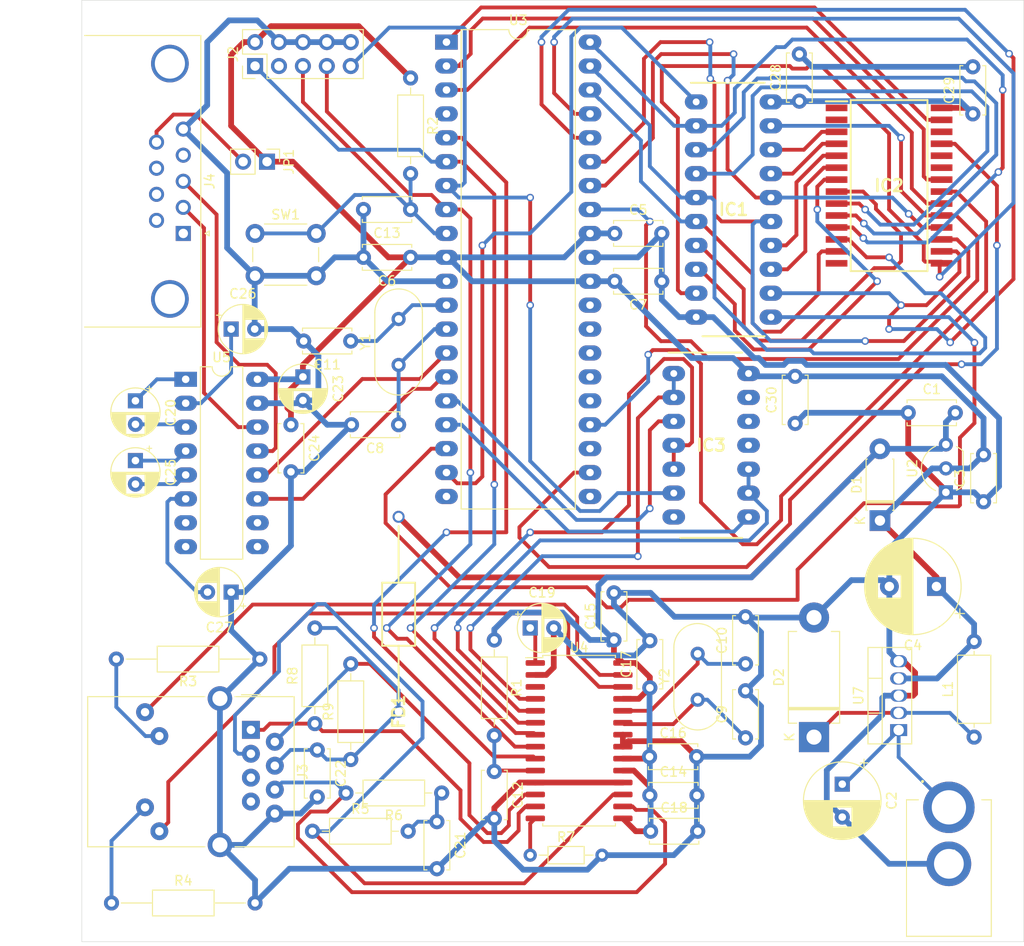
<source format=kicad_pcb>
(kicad_pcb (version 20171130) (host pcbnew 5.1.7)
  (layers (0 F.Cu signal) (31 B.Cu signal) (34 B.Paste user) (35 F.Paste user) (36 B.SilkS user) (37 F.SilkS user) (38 B.Mask user) (39 F.Mask user) (44 Edge.Cuts user))
  (net 0 "")
  (net 1 GND)
  (net 2 +3V3)
  (net 3 "Net-(C2-Pad1)")
  (net 4 +5V)
  (net 5 "Net-(C8-Pad1)")
  (net 6 "Net-(C9-Pad1)")
  (net 7 "Net-(C10-Pad1)")
  (net 8 "Net-(C11-Pad1)")
  (net 9 "Net-(C12-Pad1)")
  (net 10 "Net-(C13-Pad1)")
  (net 11 "Net-(C19-Pad1)")
  (net 12 "Net-(C20-Pad2)")
  (net 13 "Net-(C20-Pad1)")
  (net 14 "Net-(C21-Pad1)")
  (net 15 "Net-(C22-Pad1)")
  (net 16 "Net-(C25-Pad1)")
  (net 17 "Net-(C25-Pad2)")
  (net 18 "Net-(C26-Pad1)")
  (net 19 "Net-(C27-Pad2)")
  (net 20 "Net-(D2-Pad1)")
  (net 21 /QE)
  (net 22 /D0)
  (net 23 /A0)
  (net 24 /A1)
  (net 25 /D1)
  (net 26 /D2)
  (net 27 /A2)
  (net 28 /A3)
  (net 29 /D3)
  (net 30 /LE)
  (net 31 /D4)
  (net 32 /A4)
  (net 33 /A5)
  (net 34 /D5)
  (net 35 /D6)
  (net 36 /A6)
  (net 37 /A7)
  (net 38 /D7)
  (net 39 "Net-(IC3-Pad1)")
  (net 40 /INT0)
  (net 41 "Net-(IC3-Pad4)")
  (net 42 /MISO)
  (net 43 "Net-(IC3-Pad7)")
  (net 44 /INT1)
  (net 45 /WOL_GATE)
  (net 46 "Net-(IC3-Pad11)")
  (net 47 "Net-(IC3-Pad12)")
  (net 48 "Net-(IC3-Pad13)")
  (net 49 /MOSI)
  (net 50 "Net-(J2-Pad3)")
  (net 51 /SCK)
  (net 52 "Net-(J3-PadR1)")
  (net 53 "Net-(J3-PadR2)")
  (net 54 "Net-(J3-PadR3)")
  (net 55 "Net-(J3-PadR5)")
  (net 56 "Net-(J3-PadR6)")
  (net 57 "Net-(J3-PadR7)")
  (net 58 "Net-(J3-PadL1)")
  (net 59 "Net-(J3-PadL2)")
  (net 60 "Net-(J3-PadL3)")
  (net 61 "Net-(J3-PadL4)")
  (net 62 "Net-(J4-Pad1)")
  (net 63 "Net-(J4-Pad2)")
  (net 64 "Net-(J4-Pad3)")
  (net 65 "Net-(J4-Pad4)")
  (net 66 "Net-(J4-Pad6)")
  (net 67 "Net-(J4-Pad7)")
  (net 68 "Net-(J4-Pad8)")
  (net 69 "Net-(J4-Pad9)")
  (net 70 "Net-(R7-Pad1)")
  (net 71 /WE)
  (net 72 "Net-(U3-Pad21)")
  (net 73 /OE)
  (net 74 /A8)
  (net 75 /CE)
  (net 76 /A9)
  (net 77 "Net-(U3-Pad4)")
  (net 78 /A10)
  (net 79 /SS)
  (net 80 /A11)
  (net 81 /A12)
  (net 82 /A13)
  (net 83 /A14)
  (net 84 "Net-(U3-Pad29)")
  (net 85 /RXD)
  (net 86 /TXD)
  (net 87 "Net-(U3-Pad20)")
  (net 88 "Net-(U4-Pad3)")
  (net 89 "Net-(U5-Pad9)")
  (net 90 "Net-(U5-Pad10)")
  (net 91 "Net-(U5-Pad7)")
  (net 92 "Net-(U5-Pad8)")
  (module Package_TO_SOT_THT:TO-220-5_Vertical (layer F.Cu) (at 142 116 90)
    (fp_text reference U7 (at 3.4 -4.27 90) (layer F.SilkS))
    (fp_text value LM2576T-5)
    (pad 5 thru_hole oval (at 7.0594 -0.014 90) (size 1.275 1.8) (drill 1.1) (layers *.Cu *.Mask) (net 1 GND))
    (pad 4 thru_hole oval (at 5.2306 -0.014 90) (size 1.275 1.8) (drill 1.1) (layers *.Cu *.Mask) (net 4 +5V))
    (pad 3 thru_hole oval (at 3.4 0 90) (size 1.275 1.8) (drill 1.1) (layers *.Cu *.Mask) (net 1 GND))
    (pad 2 thru_hole oval (at 1.573 -0.014 90) (size 1.275 1.8) (drill 1.1) (layers *.Cu *.Mask) (net 20 "Net-(D2-Pad1)"))
    (pad 1 thru_hole rect (at -0.2558 -0.014 90) (size 1.275 1.8) (drill 1.1) (layers *.Cu *.Mask) (net 3 "Net-(C2-Pad1)"))
  )
  (module Capacitor_THT:C_Disc_D5.0mm_W2.5mm_P5.00mm (layer F.Cu) (at 143 82.55)
    (fp_text reference C1 (at 2.5 -2.5) (layer F.SilkS))
    (fp_text value 100n)
    (pad 1 thru_hole circle (at 0 0) (size 1.6 1.6) (drill 0.8) (layers *.Cu *.Mask) (net 1 GND))
    (pad 2 thru_hole circle (at 5 0) (size 1.6 1.6) (drill 0.8) (layers *.Cu *.Mask) (net 2 +3V3))
  )
  (module Capacitor_THT:CP_Radial_D8.0mm_P3.50mm (layer F.Cu) (at 136 122 270)
    (fp_text reference C2 (at 1.75 -5.25 90) (layer F.SilkS))
    (fp_text value 100u)
    (pad 1 thru_hole rect (at 0 0 270) (size 1.6 1.6) (drill 0.8) (layers *.Cu *.Mask) (net 3 "Net-(C2-Pad1)"))
    (pad 2 thru_hole circle (at 3.5 0 270) (size 1.6 1.6) (drill 0.8) (layers *.Cu *.Mask) (net 1 GND))
  )
  (module Capacitor_THT:C_Disc_D5.0mm_W2.5mm_P5.00mm (layer F.Cu) (at 151 92 90)
    (fp_text reference C3 (at 2.5 -2.5 90) (layer F.SilkS))
    (fp_text value 100n)
    (pad 2 thru_hole circle (at 5 0 90) (size 1.6 1.6) (drill 0.8) (layers *.Cu *.Mask) (net 4 +5V))
    (pad 1 thru_hole circle (at 0 0 90) (size 1.6 1.6) (drill 0.8) (layers *.Cu *.Mask) (net 1 GND))
  )
  (module Capacitor_THT:CP_Radial_D10.0mm_P5.00mm (layer F.Cu) (at 146 101 180)
    (fp_text reference C4 (at 2.5 -6.25) (layer F.SilkS))
    (fp_text value 1000u)
    (pad 1 thru_hole rect (at 0 0 180) (size 2 2) (drill 1) (layers *.Cu *.Mask) (net 4 +5V))
    (pad 2 thru_hole circle (at 5 0 180) (size 2 2) (drill 1) (layers *.Cu *.Mask) (net 1 GND))
  )
  (module Capacitor_THT:C_Disc_D5.0mm_W2.5mm_P5.00mm (layer F.Cu) (at 111.84 63.5)
    (fp_text reference C5 (at 2.5 -2.5) (layer F.SilkS))
    (fp_text value 100n)
    (pad 2 thru_hole circle (at 5 0) (size 1.6 1.6) (drill 0.8) (layers *.Cu *.Mask) (net 1 GND))
    (pad 1 thru_hole circle (at 0 0) (size 1.6 1.6) (drill 0.8) (layers *.Cu *.Mask) (net 4 +5V))
  )
  (module Capacitor_THT:C_Disc_D5.0mm_W2.5mm_P5.00mm (layer F.Cu) (at 90.17 66.04 180)
    (fp_text reference C6 (at 2.5 -2.5) (layer F.SilkS))
    (fp_text value 100n)
    (pad 1 thru_hole circle (at 0 0 180) (size 1.6 1.6) (drill 0.8) (layers *.Cu *.Mask) (net 4 +5V))
    (pad 2 thru_hole circle (at 5 0 180) (size 1.6 1.6) (drill 0.8) (layers *.Cu *.Mask) (net 1 GND))
  )
  (module Capacitor_THT:C_Disc_D5.0mm_W2.5mm_P5.00mm (layer F.Cu) (at 116.84 68.58 180)
    (fp_text reference C7 (at 2.5 -2.5) (layer F.SilkS))
    (fp_text value 100n)
    (pad 2 thru_hole circle (at 5 0 180) (size 1.6 1.6) (drill 0.8) (layers *.Cu *.Mask) (net 4 +5V))
    (pad 1 thru_hole circle (at 0 0 180) (size 1.6 1.6) (drill 0.8) (layers *.Cu *.Mask) (net 1 GND))
  )
  (module Capacitor_THT:C_Disc_D5.0mm_W2.5mm_P5.00mm (layer F.Cu) (at 88.9 83.82 180)
    (fp_text reference C8 (at 2.5 -2.5) (layer F.SilkS))
    (fp_text value 15p)
    (pad 1 thru_hole circle (at 0 0 180) (size 1.6 1.6) (drill 0.8) (layers *.Cu *.Mask) (net 5 "Net-(C8-Pad1)"))
    (pad 2 thru_hole circle (at 5 0 180) (size 1.6 1.6) (drill 0.8) (layers *.Cu *.Mask) (net 1 GND))
  )
  (module Capacitor_THT:C_Disc_D5.0mm_W2.5mm_P5.00mm (layer F.Cu) (at 125.73 117.08 90)
    (fp_text reference C9 (at 2.5 -2.5 90) (layer F.SilkS))
    (fp_text value 15p)
    (pad 1 thru_hole circle (at 0 0 90) (size 1.6 1.6) (drill 0.8) (layers *.Cu *.Mask) (net 6 "Net-(C9-Pad1)"))
    (pad 2 thru_hole circle (at 5 0 90) (size 1.6 1.6) (drill 0.8) (layers *.Cu *.Mask) (net 1 GND))
  )
  (module Capacitor_THT:C_Disc_D5.0mm_W2.5mm_P5.00mm (layer F.Cu) (at 125.73 109.22 90)
    (fp_text reference C10 (at 2.5 -2.5 90) (layer F.SilkS))
    (fp_text value 15p)
    (pad 1 thru_hole circle (at 0 0 90) (size 1.6 1.6) (drill 0.8) (layers *.Cu *.Mask) (net 7 "Net-(C10-Pad1)"))
    (pad 2 thru_hole circle (at 5 0 90) (size 1.6 1.6) (drill 0.8) (layers *.Cu *.Mask) (net 1 GND))
  )
  (module Capacitor_THT:C_Disc_D5.0mm_W2.5mm_P5.00mm (layer F.Cu) (at 83.82 74.93 180)
    (fp_text reference C11 (at 2.5 -2.5) (layer F.SilkS))
    (fp_text value 15p)
    (pad 2 thru_hole circle (at 5 0 180) (size 1.6 1.6) (drill 0.8) (layers *.Cu *.Mask) (net 1 GND))
    (pad 1 thru_hole circle (at 0 0 180) (size 1.6 1.6) (drill 0.8) (layers *.Cu *.Mask) (net 8 "Net-(C11-Pad1)"))
  )
  (module Capacitor_THT:C_Disc_D5.0mm_W2.5mm_P5.00mm (layer F.Cu) (at 99.06 120.65 270)
    (fp_text reference C12 (at 2.5 -2.5 90) (layer F.SilkS))
    (fp_text value 100n)
    (pad 2 thru_hole circle (at 5 0 270) (size 1.6 1.6) (drill 0.8) (layers *.Cu *.Mask) (net 1 GND))
    (pad 1 thru_hole circle (at 0 0 270) (size 1.6 1.6) (drill 0.8) (layers *.Cu *.Mask) (net 9 "Net-(C12-Pad1)"))
  )
  (module Capacitor_THT:C_Disc_D5.0mm_W2.5mm_P5.00mm (layer F.Cu) (at 90.17 60.96 180)
    (fp_text reference C13 (at 2.5 -2.5) (layer F.SilkS))
    (fp_text value 100n)
    (pad 1 thru_hole circle (at 0 0 180) (size 1.6 1.6) (drill 0.8) (layers *.Cu *.Mask) (net 10 "Net-(C13-Pad1)"))
    (pad 2 thru_hole circle (at 5 0 180) (size 1.6 1.6) (drill 0.8) (layers *.Cu *.Mask) (net 1 GND))
  )
  (module Capacitor_THT:C_Disc_D5.0mm_W2.5mm_P5.00mm (layer F.Cu) (at 115.57 123.19)
    (fp_text reference C14 (at 2.5 -2.5) (layer F.SilkS))
    (fp_text value 100n)
    (pad 2 thru_hole circle (at 5 0) (size 1.6 1.6) (drill 0.8) (layers *.Cu *.Mask) (net 1 GND))
    (pad 1 thru_hole circle (at 0 0) (size 1.6 1.6) (drill 0.8) (layers *.Cu *.Mask) (net 2 +3V3))
  )
  (module Capacitor_THT:C_Disc_D5.0mm_W2.5mm_P5.00mm (layer F.Cu) (at 111.76 106.68 90)
    (fp_text reference C15 (at 2.5 -2.5 90) (layer F.SilkS))
    (fp_text value 100n)
    (pad 1 thru_hole circle (at 0 0 90) (size 1.6 1.6) (drill 0.8) (layers *.Cu *.Mask) (net 2 +3V3))
    (pad 2 thru_hole circle (at 5 0 90) (size 1.6 1.6) (drill 0.8) (layers *.Cu *.Mask) (net 1 GND))
  )
  (module Capacitor_THT:C_Disc_D5.0mm_W2.5mm_P5.00mm (layer F.Cu) (at 115.54 119.08)
    (fp_text reference C16 (at 2.5 -2.5) (layer F.SilkS))
    (fp_text value 100n)
    (pad 2 thru_hole circle (at 5 0) (size 1.6 1.6) (drill 0.8) (layers *.Cu *.Mask) (net 1 GND))
    (pad 1 thru_hole circle (at 0 0) (size 1.6 1.6) (drill 0.8) (layers *.Cu *.Mask) (net 2 +3V3))
  )
  (module Capacitor_THT:C_Disc_D5.0mm_W2.5mm_P5.00mm (layer F.Cu) (at 115.57 111.76 90)
    (fp_text reference C17 (at 2.5 -2.5 90) (layer F.SilkS))
    (fp_text value 100n)
    (pad 1 thru_hole circle (at 0 0 90) (size 1.6 1.6) (drill 0.8) (layers *.Cu *.Mask) (net 2 +3V3))
    (pad 2 thru_hole circle (at 5 0 90) (size 1.6 1.6) (drill 0.8) (layers *.Cu *.Mask) (net 1 GND))
  )
  (module Capacitor_THT:C_Disc_D5.0mm_W2.5mm_P5.00mm (layer F.Cu) (at 115.65 127)
    (fp_text reference C18 (at 2.5 -2.5) (layer F.SilkS))
    (fp_text value 100n)
    (pad 1 thru_hole circle (at 0 0) (size 1.6 1.6) (drill 0.8) (layers *.Cu *.Mask) (net 2 +3V3))
    (pad 2 thru_hole circle (at 5 0) (size 1.6 1.6) (drill 0.8) (layers *.Cu *.Mask) (net 1 GND))
  )
  (module Capacitor_THT:C_Disc_D5.0mm_W2.5mm_P5.00mm (layer F.Cu) (at 92.964 125.984 270)
    (fp_text reference C21 (at 2.5 -2.5 90) (layer F.SilkS))
    (fp_text value 100n)
    (pad 2 thru_hole circle (at 5 0 270) (size 1.6 1.6) (drill 0.8) (layers *.Cu *.Mask) (net 1 GND))
    (pad 1 thru_hole circle (at 0 0 270) (size 1.6 1.6) (drill 0.8) (layers *.Cu *.Mask) (net 14 "Net-(C21-Pad1)"))
  )
  (module Capacitor_THT:C_Disc_D5.0mm_W2.5mm_P5.00mm (layer F.Cu) (at 80.264 118.364 270)
    (fp_text reference C22 (at 2.5 -2.5 90) (layer F.SilkS))
    (fp_text value 100n)
    (pad 1 thru_hole circle (at 0 0 270) (size 1.6 1.6) (drill 0.8) (layers *.Cu *.Mask) (net 15 "Net-(C22-Pad1)"))
    (pad 2 thru_hole circle (at 5 0 270) (size 1.6 1.6) (drill 0.8) (layers *.Cu *.Mask) (net 1 GND))
  )
  (module Capacitor_THT:C_Disc_D5.0mm_W2.5mm_P5.00mm (layer F.Cu) (at 77.47 83.82 270)
    (fp_text reference C24 (at 2.5 -2.5 90) (layer F.SilkS))
    (fp_text value 100n)
    (pad 2 thru_hole circle (at 5 0 270) (size 1.6 1.6) (drill 0.8) (layers *.Cu *.Mask) (net 1 GND))
    (pad 1 thru_hole circle (at 0 0 270) (size 1.6 1.6) (drill 0.8) (layers *.Cu *.Mask) (net 4 +5V))
  )
  (module Capacitor_THT:C_Disc_D5.0mm_W2.5mm_P5.00mm (layer F.Cu) (at 131.445 49.45 90)
    (fp_text reference C28 (at 2.5 -2.5 90) (layer F.SilkS))
    (fp_text value 100n)
    (pad 2 thru_hole circle (at 5 0 90) (size 1.6 1.6) (drill 0.8) (layers *.Cu *.Mask) (net 1 GND))
    (pad 1 thru_hole circle (at 0 0 90) (size 1.6 1.6) (drill 0.8) (layers *.Cu *.Mask) (net 4 +5V))
  )
  (module Capacitor_THT:C_Disc_D5.0mm_W2.5mm_P5.00mm (layer F.Cu) (at 149.86 50.8 90)
    (fp_text reference C29 (at 2.5 -2.5 90) (layer F.SilkS))
    (fp_text value 100n)
    (pad 1 thru_hole circle (at 0 0 90) (size 1.6 1.6) (drill 0.8) (layers *.Cu *.Mask) (net 4 +5V))
    (pad 2 thru_hole circle (at 5 0 90) (size 1.6 1.6) (drill 0.8) (layers *.Cu *.Mask) (net 1 GND))
  )
  (module Capacitor_THT:C_Disc_D5.0mm_W2.5mm_P5.00mm (layer F.Cu) (at 131 83.68 90)
    (fp_text reference C30 (at 2.5 -2.5 90) (layer F.SilkS))
    (fp_text value 100n)
    (pad 2 thru_hole circle (at 5 0 90) (size 1.6 1.6) (drill 0.8) (layers *.Cu *.Mask) (net 4 +5V))
    (pad 1 thru_hole circle (at 0 0 90) (size 1.6 1.6) (drill 0.8) (layers *.Cu *.Mask) (net 1 GND))
  )
  (module Diode_THT:D_DO-41_SOD81_P7.62mm_Horizontal (layer F.Cu) (at 140 94 90)
    (fp_text reference D1 (at 3.81 -2.47 90) (layer F.SilkS))
    (fp_text value 1N5817)
    (fp_text user K (at 0 -2.1 90) (layer F.SilkS))
    (pad 1 thru_hole rect (at 0 0 90) (size 2.2 2.2) (drill 1.1) (layers *.Cu *.Mask) (net 4 +5V))
    (pad 2 thru_hole oval (at 7.62 0 90) (size 2.2 2.2) (drill 1.1) (layers *.Cu *.Mask) (net 2 +3V3))
  )
  (module Diode_THT:D_DO-201AD_P12.70mm_Horizontal (layer F.Cu) (at 133 117 90)
    (fp_text reference D2 (at 6.35 -3.72 90) (layer F.SilkS))
    (fp_text value 1N5822)
    (fp_text user K (at 0 -2.6 90) (layer F.SilkS))
    (pad 1 thru_hole rect (at 0 0 90) (size 3.2 3.2) (drill 1.6) (layers *.Cu *.Mask) (net 20 "Net-(D2-Pad1)"))
    (pad 2 thru_hole oval (at 12.7 0 90) (size 3.2 3.2) (drill 1.6) (layers *.Cu *.Mask) (net 1 GND))
  )
  (module SamacSys_Parts:INDAD2070W65L670D350 (layer F.Cu) (at 88.9 114.3 90)
    (fp_text reference FB1 (at 0 0 90) (layer F.SilkS) (effects (font (size 1.27 1.27) (thickness 0.254))))
    (fp_text value Ferrite_Bead hide)
    (pad 1 thru_hole circle (at 0 0 90) (size 1.275 1.275) (drill 0.85) (layers *.Cu *.Mask) (net 15 "Net-(C22-Pad1)"))
    (pad 2 thru_hole circle (at 20.7 0 90) (size 1.275 1.275) (drill 0.85) (layers *.Cu *.Mask) (net 2 +3V3))
  )
  (module SamacSys_Parts:DIP794W53P254L2540H508Q20N (layer F.Cu) (at 124.46 60.96)
    (fp_text reference IC1 (at 0 0) (layer F.SilkS) (effects (font (size 1.27 1.27) (thickness 0.254))))
    (fp_text value SN74HC373NE4 hide)
    (pad 1 thru_hole oval (at -3.97 -11.43) (size 2.4 1.6) (drill 0.73) (layers *.Cu *.Mask) (net 21 /QE))
    (pad 2 thru_hole oval (at -3.97 -8.89) (size 2.4 1.6) (drill 0.73) (layers *.Cu *.Mask) (net 22 /D0))
    (pad 3 thru_hole oval (at -3.97 -6.35) (size 2.4 1.6) (drill 0.73) (layers *.Cu *.Mask) (net 23 /A0))
    (pad 4 thru_hole oval (at -3.97 -3.81) (size 2.4 1.6) (drill 0.73) (layers *.Cu *.Mask) (net 24 /A1))
    (pad 5 thru_hole oval (at -3.97 -1.27) (size 2.4 1.6) (drill 0.73) (layers *.Cu *.Mask) (net 25 /D1))
    (pad 6 thru_hole oval (at -3.97 1.27) (size 2.4 1.6) (drill 0.73) (layers *.Cu *.Mask) (net 26 /D2))
    (pad 7 thru_hole oval (at -3.97 3.81) (size 2.4 1.6) (drill 0.73) (layers *.Cu *.Mask) (net 27 /A2))
    (pad 8 thru_hole oval (at -3.97 6.35) (size 2.4 1.6) (drill 0.73) (layers *.Cu *.Mask) (net 28 /A3))
    (pad 9 thru_hole oval (at -3.97 8.89) (size 2.4 1.6) (drill 0.73) (layers *.Cu *.Mask) (net 29 /D3))
    (pad 10 thru_hole oval (at -3.97 11.43) (size 2.4 1.6) (drill 0.73) (layers *.Cu *.Mask) (net 1 GND))
    (pad 11 thru_hole oval (at 3.97 11.43) (size 2.4 1.6) (drill 0.73) (layers *.Cu *.Mask) (net 30 /LE))
    (pad 12 thru_hole oval (at 3.97 8.89) (size 2.4 1.6) (drill 0.73) (layers *.Cu *.Mask) (net 31 /D4))
    (pad 13 thru_hole oval (at 3.97 6.35) (size 2.4 1.6) (drill 0.73) (layers *.Cu *.Mask) (net 32 /A4))
    (pad 14 thru_hole oval (at 3.97 3.81) (size 2.4 1.6) (drill 0.73) (layers *.Cu *.Mask) (net 33 /A5))
    (pad 15 thru_hole oval (at 3.97 1.27) (size 2.4 1.6) (drill 0.73) (layers *.Cu *.Mask) (net 34 /D5))
    (pad 16 thru_hole oval (at 3.97 -1.27) (size 2.4 1.6) (drill 0.73) (layers *.Cu *.Mask) (net 35 /D6))
    (pad 17 thru_hole oval (at 3.97 -3.81) (size 2.4 1.6) (drill 0.73) (layers *.Cu *.Mask) (net 36 /A6))
    (pad 18 thru_hole oval (at 3.97 -6.35) (size 2.4 1.6) (drill 0.73) (layers *.Cu *.Mask) (net 37 /A7))
    (pad 19 thru_hole oval (at 3.97 -8.89) (size 2.4 1.6) (drill 0.73) (layers *.Cu *.Mask) (net 38 /D7))
    (pad 20 thru_hole oval (at 3.97 -11.43) (size 2.4 1.6) (drill 0.73) (layers *.Cu *.Mask) (net 4 +5V))
  )
  (module SamacSys_Parts:DIP794W53P254L1930H508Q14N (layer F.Cu) (at 122.08 86)
    (fp_text reference IC3 (at 0 0) (layer F.SilkS) (effects (font (size 1.27 1.27) (thickness 0.254))))
    (fp_text value SN74HCT08N hide)
    (pad 1 thru_hole oval (at -3.97 -7.62) (size 2.4 1.6) (drill 0.73) (layers *.Cu *.Mask) (net 39 "Net-(IC3-Pad1)"))
    (pad 2 thru_hole oval (at -3.97 -5.08) (size 2.4 1.6) (drill 0.73) (layers *.Cu *.Mask) (net 39 "Net-(IC3-Pad1)"))
    (pad 3 thru_hole oval (at -3.97 -2.54) (size 2.4 1.6) (drill 0.73) (layers *.Cu *.Mask) (net 40 /INT0))
    (pad 4 thru_hole oval (at -3.97 0) (size 2.4 1.6) (drill 0.73) (layers *.Cu *.Mask) (net 41 "Net-(IC3-Pad4)"))
    (pad 5 thru_hole oval (at -3.97 2.54) (size 2.4 1.6) (drill 0.73) (layers *.Cu *.Mask) (net 41 "Net-(IC3-Pad4)"))
    (pad 6 thru_hole oval (at -3.97 5.08) (size 2.4 1.6) (drill 0.73) (layers *.Cu *.Mask) (net 42 /MISO))
    (pad 7 thru_hole oval (at -3.97 7.62) (size 2.4 1.6) (drill 0.73) (layers *.Cu *.Mask) (net 43 "Net-(IC3-Pad7)"))
    (pad 8 thru_hole oval (at 3.97 7.62) (size 2.4 1.6) (drill 0.73) (layers *.Cu *.Mask) (net 44 /INT1))
    (pad 9 thru_hole oval (at 3.97 5.08) (size 2.4 1.6) (drill 0.73) (layers *.Cu *.Mask) (net 45 /WOL_GATE))
    (pad 10 thru_hole oval (at 3.97 2.54) (size 2.4 1.6) (drill 0.73) (layers *.Cu *.Mask) (net 45 /WOL_GATE))
    (pad 11 thru_hole oval (at 3.97 0) (size 2.4 1.6) (drill 0.73) (layers *.Cu *.Mask) (net 46 "Net-(IC3-Pad11)"))
    (pad 12 thru_hole oval (at 3.97 -2.54) (size 2.4 1.6) (drill 0.73) (layers *.Cu *.Mask) (net 47 "Net-(IC3-Pad12)"))
    (pad 13 thru_hole oval (at 3.97 -5.08) (size 2.4 1.6) (drill 0.73) (layers *.Cu *.Mask) (net 48 "Net-(IC3-Pad13)"))
    (pad 14 thru_hole oval (at 3.97 -7.62) (size 2.4 1.6) (drill 0.73) (layers *.Cu *.Mask) (net 4 +5V))
  )
  (module SamacSys_Parts:PJ037A (layer F.Cu) (at 147.32 124.46 90)
    (fp_text reference J1 (at -5.45 0 90) (layer F.SilkS) (effects (font (size 1.27 1.27) (thickness 0.254))))
    (fp_text value Conn_Coaxial_Power hide)
    (pad 1 thru_hole circle (at 0 0 90) (size 5.46 5.46) (drill 3.64) (layers *.Cu *.Mask) (net 3 "Net-(C2-Pad1)"))
    (pad 2 thru_hole circle (at -6 0 90) (size 4.74 4.74) (drill 3.16) (layers *.Cu *.Mask) (net 1 GND))
  )
  (module Connector_PinHeader_2.54mm:PinHeader_2x05_P2.54mm_Vertical (layer F.Cu) (at 73.66 45.72 90)
    (fp_text reference J2 (at 1.27 -2.33 90) (layer F.SilkS))
    (fp_text value AVR-ISP-10)
    (pad 1 thru_hole rect (at 0 0 90) (size 1.7 1.7) (drill 1) (layers *.Cu *.Mask) (net 49 /MOSI))
    (pad 2 thru_hole oval (at 2.54 0 90) (size 1.7 1.7) (drill 1) (layers *.Cu *.Mask) (net 4 +5V))
    (pad 3 thru_hole oval (at 0 2.54 90) (size 1.7 1.7) (drill 1) (layers *.Cu *.Mask) (net 50 "Net-(J2-Pad3)"))
    (pad 4 thru_hole oval (at 2.54 2.54 90) (size 1.7 1.7) (drill 1) (layers *.Cu *.Mask) (net 1 GND))
    (pad 5 thru_hole oval (at 0 5.08 90) (size 1.7 1.7) (drill 1) (layers *.Cu *.Mask) (net 10 "Net-(C13-Pad1)"))
    (pad 6 thru_hole oval (at 2.54 5.08 90) (size 1.7 1.7) (drill 1) (layers *.Cu *.Mask) (net 1 GND))
    (pad 7 thru_hole oval (at 0 7.62 90) (size 1.7 1.7) (drill 1) (layers *.Cu *.Mask) (net 51 /SCK))
    (pad 8 thru_hole oval (at 2.54 7.62 90) (size 1.7 1.7) (drill 1) (layers *.Cu *.Mask) (net 1 GND))
    (pad 9 thru_hole oval (at 0 10.16 90) (size 1.7 1.7) (drill 1) (layers *.Cu *.Mask) (net 42 /MISO))
    (pad 10 thru_hole oval (at 2.54 10.16 90) (size 1.7 1.7) (drill 1) (layers *.Cu *.Mask) (net 1 GND))
  )
  (module Connector_RJ:RJ45_Amphenol_RJMG1BD3B8K1ANR (layer F.Cu) (at 73.22 116.23 270)
    (fp_text reference J3 (at 4.445 -5.49 90) (layer F.SilkS))
    (fp_text value RJ45_Amphenol_RJMG1BD3B8K1ANR)
    (pad R1 thru_hole rect (at 0 0 270) (size 1.9 1.9) (drill 0.9) (layers *.Cu *.Mask) (net 52 "Net-(J3-PadR1)"))
    (pad R2 thru_hole circle (at 1.27 -2.54 270) (size 1.9 1.9) (drill 0.9) (layers *.Cu *.Mask) (net 53 "Net-(J3-PadR2)"))
    (pad R3 thru_hole circle (at 2.54 0 270) (size 1.9 1.9) (drill 0.9) (layers *.Cu *.Mask) (net 54 "Net-(J3-PadR3)"))
    (pad R4 thru_hole circle (at 3.81 -2.54 270) (size 1.9 1.9) (drill 0.9) (layers *.Cu *.Mask) (net 15 "Net-(C22-Pad1)"))
    (pad R5 thru_hole circle (at 5.08 0 270) (size 1.9 1.9) (drill 0.9) (layers *.Cu *.Mask) (net 55 "Net-(J3-PadR5)"))
    (pad R6 thru_hole circle (at 6.35 -2.54 270) (size 1.9 1.9) (drill 0.9) (layers *.Cu *.Mask) (net 56 "Net-(J3-PadR6)"))
    (pad R7 thru_hole circle (at 7.62 0 270) (size 1.9 1.9) (drill 0.9) (layers *.Cu *.Mask) (net 57 "Net-(J3-PadR7)"))
    (pad R8 thru_hole circle (at 8.89 -2.54 270) (size 1.9 1.9) (drill 0.9) (layers *.Cu *.Mask) (net 1 GND))
    (pad L1 thru_hole circle (at 10.77 9.72 270) (size 1.89 1.89) (drill 0.89) (layers *.Cu *.Mask) (net 58 "Net-(J3-PadL1)"))
    (pad L2 thru_hole circle (at 8.23 11.24 270) (size 1.89 1.89) (drill 0.89) (layers *.Cu *.Mask) (net 59 "Net-(J3-PadL2)"))
    (pad L3 thru_hole circle (at 0.66 9.72 270) (size 1.89 1.89) (drill 0.89) (layers *.Cu *.Mask) (net 60 "Net-(J3-PadL3)"))
    (pad L4 thru_hole circle (at -1.88 11.24 270) (size 1.89 1.89) (drill 0.89) (layers *.Cu *.Mask) (net 61 "Net-(J3-PadL4)"))
    (pad 13 thru_hole circle (at -3.33 3.29 270) (size 2.6 2.6) (drill 1.6) (layers *.Cu *.Mask) (net 1 GND))
    (pad 13 thru_hole circle (at 12.22 3.29 270) (size 2.6 2.6) (drill 1.6) (layers *.Cu *.Mask) (net 1 GND))
    (pad "" np_thru_hole circle (at -1.27 6.34 270) (size 3.25 3.25) (drill 3.25) (layers *.Cu *.Mask))
    (pad "" np_thru_hole circle (at 10.16 6.34 270) (size 3.25 3.25) (drill 3.25) (layers *.Cu *.Mask))
  )
  (module Connector_Dsub:DSUB-9_Female_Horizontal_P2.77x2.84mm_EdgePinOffset7.70mm_Housed_MountingHolesOffset9.12mm (layer F.Cu) (at 66.04 63.5 270)
    (fp_text reference J4 (at -5.54 -2.8 90) (layer F.SilkS))
    (fp_text value DB9_Female)
    (pad 1 thru_hole rect (at 0 0 270) (size 1.6 1.6) (drill 1) (layers *.Cu *.Mask) (net 62 "Net-(J4-Pad1)"))
    (pad 2 thru_hole circle (at -2.77 0 270) (size 1.6 1.6) (drill 1) (layers *.Cu *.Mask) (net 63 "Net-(J4-Pad2)"))
    (pad 3 thru_hole circle (at -5.54 0 270) (size 1.6 1.6) (drill 1) (layers *.Cu *.Mask) (net 64 "Net-(J4-Pad3)"))
    (pad 4 thru_hole circle (at -8.31 0 270) (size 1.6 1.6) (drill 1) (layers *.Cu *.Mask) (net 65 "Net-(J4-Pad4)"))
    (pad 5 thru_hole circle (at -11.08 0 270) (size 1.6 1.6) (drill 1) (layers *.Cu *.Mask) (net 1 GND))
    (pad 6 thru_hole circle (at -1.385 2.84 270) (size 1.6 1.6) (drill 1) (layers *.Cu *.Mask) (net 66 "Net-(J4-Pad6)"))
    (pad 7 thru_hole circle (at -4.155 2.84 270) (size 1.6 1.6) (drill 1) (layers *.Cu *.Mask) (net 67 "Net-(J4-Pad7)"))
    (pad 8 thru_hole circle (at -6.925 2.84 270) (size 1.6 1.6) (drill 1) (layers *.Cu *.Mask) (net 68 "Net-(J4-Pad8)"))
    (pad 9 thru_hole circle (at -9.695 2.84 270) (size 1.6 1.6) (drill 1) (layers *.Cu *.Mask) (net 69 "Net-(J4-Pad9)"))
    (pad 0 thru_hole circle (at -18.04 1.42 270) (size 4 4) (drill 3.2) (layers *.Cu *.Mask))
    (pad 0 thru_hole circle (at 6.96 1.42 270) (size 4 4) (drill 3.2) (layers *.Cu *.Mask))
  )
  (module Connector_PinHeader_2.54mm:PinHeader_1x02_P2.54mm_Vertical (layer F.Cu) (at 74.93 55.88 270)
    (fp_text reference JP1 (at 0 -2.33 90) (layer F.SilkS))
    (fp_text value Jumper)
    (pad 1 thru_hole rect (at 0 0 270) (size 1.7 1.7) (drill 1) (layers *.Cu *.Mask) (net 4 +5V))
    (pad 2 thru_hole oval (at 0 2.54 270) (size 1.7 1.7) (drill 1) (layers *.Cu *.Mask) (net 69 "Net-(J4-Pad9)"))
  )
  (module Inductor_THT:L_Axial_L7.0mm_D3.3mm_P10.16mm_Horizontal_Fastron_MICC (layer F.Cu) (at 150 117 90)
    (fp_text reference L1 (at 5.08 -2.77 90) (layer F.SilkS))
    (fp_text value 100u)
    (pad 1 thru_hole circle (at 0 0 90) (size 1.6 1.6) (drill 0.8) (layers *.Cu *.Mask) (net 20 "Net-(D2-Pad1)"))
    (pad 2 thru_hole oval (at 10.16 0 90) (size 1.6 1.6) (drill 0.8) (layers *.Cu *.Mask) (net 4 +5V))
  )
  (module Resistor_THT:R_Axial_DIN0207_L6.3mm_D2.5mm_P10.16mm_Horizontal (layer F.Cu) (at 99.06 106.68 270)
    (fp_text reference R1 (at 5.08 -2.37 90) (layer F.SilkS))
    (fp_text value 10k)
    (pad 2 thru_hole oval (at 10.16 0 270) (size 1.6 1.6) (drill 0.8) (layers *.Cu *.Mask) (net 9 "Net-(C12-Pad1)"))
    (pad 1 thru_hole circle (at 0 0 270) (size 1.6 1.6) (drill 0.8) (layers *.Cu *.Mask) (net 2 +3V3))
  )
  (module Resistor_THT:R_Axial_DIN0207_L6.3mm_D2.5mm_P10.16mm_Horizontal (layer F.Cu) (at 90.17 46.99 270)
    (fp_text reference R2 (at 5.08 -2.37 90) (layer F.SilkS))
    (fp_text value 10k)
    (pad 1 thru_hole circle (at 0 0 270) (size 1.6 1.6) (drill 0.8) (layers *.Cu *.Mask) (net 4 +5V))
    (pad 2 thru_hole oval (at 10.16 0 270) (size 1.6 1.6) (drill 0.8) (layers *.Cu *.Mask) (net 10 "Net-(C13-Pad1)"))
  )
  (module Resistor_THT:R_Axial_DIN0207_L6.3mm_D2.5mm_P15.24mm_Horizontal (layer F.Cu) (at 74.168 108.712 180)
    (fp_text reference R3 (at 7.62 -2.37) (layer F.SilkS))
    (fp_text value 120)
    (pad 1 thru_hole circle (at 0 0 180) (size 1.6 1.6) (drill 0.8) (layers *.Cu *.Mask) (net 1 GND))
    (pad 2 thru_hole oval (at 15.24 0 180) (size 1.6 1.6) (drill 0.8) (layers *.Cu *.Mask) (net 60 "Net-(J3-PadL3)"))
  )
  (module Resistor_THT:R_Axial_DIN0207_L6.3mm_D2.5mm_P15.24mm_Horizontal (layer F.Cu) (at 58.42 134.62)
    (fp_text reference R4 (at 7.62 -2.37) (layer F.SilkS))
    (fp_text value 120)
    (pad 2 thru_hole oval (at 15.24 0) (size 1.6 1.6) (drill 0.8) (layers *.Cu *.Mask) (net 1 GND))
    (pad 1 thru_hole circle (at 0 0) (size 1.6 1.6) (drill 0.8) (layers *.Cu *.Mask) (net 59 "Net-(J3-PadL2)"))
  )
  (module Resistor_THT:R_Axial_DIN0207_L6.3mm_D2.5mm_P10.16mm_Horizontal (layer F.Cu) (at 79.756 127)
    (fp_text reference R5 (at 5.08 -2.37) (layer F.SilkS))
    (fp_text value "49.9, 1%")
    (pad 2 thru_hole oval (at 10.16 0) (size 1.6 1.6) (drill 0.8) (layers *.Cu *.Mask) (net 14 "Net-(C21-Pad1)"))
    (pad 1 thru_hole circle (at 0 0) (size 1.6 1.6) (drill 0.8) (layers *.Cu *.Mask) (net 54 "Net-(J3-PadR3)"))
  )
  (module Resistor_THT:R_Axial_DIN0207_L6.3mm_D2.5mm_P10.16mm_Horizontal (layer F.Cu) (at 93.472 122.936 180)
    (fp_text reference R6 (at 5.08 -2.37) (layer F.SilkS))
    (fp_text value "49.9, 1%")
    (pad 1 thru_hole circle (at 0 0 180) (size 1.6 1.6) (drill 0.8) (layers *.Cu *.Mask) (net 14 "Net-(C21-Pad1)"))
    (pad 2 thru_hole oval (at 10.16 0 180) (size 1.6 1.6) (drill 0.8) (layers *.Cu *.Mask) (net 56 "Net-(J3-PadR6)"))
  )
  (module Resistor_THT:R_Axial_DIN0204_L3.6mm_D1.6mm_P7.62mm_Horizontal (layer F.Cu) (at 102.87 129.54)
    (fp_text reference R7 (at 3.81 -1.92) (layer F.SilkS))
    (fp_text value "2.32k, 1%")
    (pad 1 thru_hole circle (at 0 0) (size 1.4 1.4) (drill 0.7) (layers *.Cu *.Mask) (net 70 "Net-(R7-Pad1)"))
    (pad 2 thru_hole oval (at 7.62 0) (size 1.4 1.4) (drill 0.7) (layers *.Cu *.Mask) (net 1 GND))
  )
  (module Resistor_THT:R_Axial_DIN0207_L6.3mm_D2.5mm_P10.16mm_Horizontal (layer F.Cu) (at 80.01 115.57 90)
    (fp_text reference R8 (at 5.08 -2.37 90) (layer F.SilkS))
    (fp_text value "49.9, 1%")
    (pad 1 thru_hole circle (at 0 0 90) (size 1.6 1.6) (drill 0.8) (layers *.Cu *.Mask) (net 52 "Net-(J3-PadR1)"))
    (pad 2 thru_hole oval (at 10.16 0 90) (size 1.6 1.6) (drill 0.8) (layers *.Cu *.Mask) (net 15 "Net-(C22-Pad1)"))
  )
  (module Resistor_THT:R_Axial_DIN0207_L6.3mm_D2.5mm_P10.16mm_Horizontal (layer F.Cu) (at 83.82 119.38 90)
    (fp_text reference R9 (at 5.08 -2.37 90) (layer F.SilkS))
    (fp_text value "49.9, 1%")
    (pad 2 thru_hole oval (at 10.16 0 90) (size 1.6 1.6) (drill 0.8) (layers *.Cu *.Mask) (net 53 "Net-(J3-PadR2)"))
    (pad 1 thru_hole circle (at 0 0 90) (size 1.6 1.6) (drill 0.8) (layers *.Cu *.Mask) (net 15 "Net-(C22-Pad1)"))
  )
  (module Button_Switch_THT:SW_PUSH_6mm (layer F.Cu) (at 73.66 63.5)
    (fp_text reference SW1 (at 3.25 -2) (layer F.SilkS))
    (fp_text value SW_Push)
    (pad 2 thru_hole circle (at 0 4.5 90) (size 2 2) (drill 1.1) (layers *.Cu *.Mask) (net 1 GND))
    (pad 1 thru_hole circle (at 0 0 90) (size 2 2) (drill 1.1) (layers *.Cu *.Mask) (net 10 "Net-(C13-Pad1)"))
    (pad 2 thru_hole circle (at 6.5 4.5 90) (size 2 2) (drill 1.1) (layers *.Cu *.Mask) (net 1 GND))
    (pad 1 thru_hole circle (at 6.5 0 90) (size 2 2) (drill 1.1) (layers *.Cu *.Mask) (net 10 "Net-(C13-Pad1)"))
  )
  (module Package_SO:SOIC-28W_7.5x17.9mm_P1.27mm (layer F.Cu) (at 108.06 117.38)
    (fp_text reference U4 (at 0 -9.9) (layer F.SilkS))
    (fp_text value ENC28J60x-SP)
    (pad 28 smd roundrect (at 4.65 -8.255) (size 2.05 0.6) (layers F.Cu F.Paste F.Mask) (net 2 +3V3) (clearance 0.127))
    (pad 27 smd roundrect (at 4.65 -6.985) (size 2.05 0.6) (layers F.Cu F.Paste F.Mask) (net 61 "Net-(J3-PadL4)") (clearance 0.127))
    (pad 26 smd roundrect (at 4.65 -5.715) (size 2.05 0.6) (layers F.Cu F.Paste F.Mask) (net 58 "Net-(J3-PadL1)") (clearance 0.127))
    (pad 25 smd roundrect (at 4.65 -4.445) (size 2.05 0.6) (layers F.Cu F.Paste F.Mask) (net 2 +3V3) (clearance 0.127))
    (pad 24 smd roundrect (at 4.65 -3.175) (size 2.05 0.6) (layers F.Cu F.Paste F.Mask) (net 7 "Net-(C10-Pad1)") (clearance 0.127))
    (pad 23 smd roundrect (at 4.65 -1.905) (size 2.05 0.6) (layers F.Cu F.Paste F.Mask) (net 6 "Net-(C9-Pad1)") (clearance 0.127))
    (pad 22 smd roundrect (at 4.65 -0.635) (size 2.05 0.6) (layers F.Cu F.Paste F.Mask) (net 1 GND) (clearance 0.127))
    (pad 21 smd roundrect (at 4.65 0.635) (size 2.05 0.6) (layers F.Cu F.Paste F.Mask) (net 1 GND) (clearance 0.127))
    (pad 20 smd roundrect (at 4.65 1.905) (size 2.05 0.6) (layers F.Cu F.Paste F.Mask) (net 2 +3V3) (clearance 0.127))
    (pad 19 smd roundrect (at 4.65 3.175) (size 2.05 0.6) (layers F.Cu F.Paste F.Mask) (net 2 +3V3) (clearance 0.127))
    (pad 18 smd roundrect (at 4.65 4.445) (size 2.05 0.6) (layers F.Cu F.Paste F.Mask) (net 1 GND) (clearance 0.127))
    (pad 17 smd roundrect (at 4.65 5.715) (size 2.05 0.6) (layers F.Cu F.Paste F.Mask) (net 54 "Net-(J3-PadR3)") (clearance 0.127))
    (pad 16 smd roundrect (at 4.65 6.985) (size 2.05 0.6) (layers F.Cu F.Paste F.Mask) (net 56 "Net-(J3-PadR6)") (clearance 0.127))
    (pad 15 smd roundrect (at 4.65 8.255) (size 2.05 0.6) (layers F.Cu F.Paste F.Mask) (net 2 +3V3) (clearance 0.127))
    (pad 14 smd roundrect (at -4.65 8.255) (size 2.05 0.6) (layers F.Cu F.Paste F.Mask) (net 70 "Net-(R7-Pad1)") (clearance 0.127))
    (pad 13 smd roundrect (at -4.65 6.985) (size 2.05 0.6) (layers F.Cu F.Paste F.Mask) (net 52 "Net-(J3-PadR1)") (clearance 0.127))
    (pad 12 smd roundrect (at -4.65 5.715) (size 2.05 0.6) (layers F.Cu F.Paste F.Mask) (net 53 "Net-(J3-PadR2)") (clearance 0.127))
    (pad 11 smd roundrect (at -4.65 4.445) (size 2.05 0.6) (layers F.Cu F.Paste F.Mask) (net 1 GND) (clearance 0.127))
    (pad 10 smd roundrect (at -4.65 3.175) (size 2.05 0.6) (layers F.Cu F.Paste F.Mask) (net 9 "Net-(C12-Pad1)") (clearance 0.127))
    (pad 9 smd roundrect (at -4.65 1.905) (size 2.05 0.6) (layers F.Cu F.Paste F.Mask) (net 79 /SS) (clearance 0.127))
    (pad 8 smd roundrect (at -4.65 0.635) (size 2.05 0.6) (layers F.Cu F.Paste F.Mask) (net 51 /SCK) (clearance 0.127))
    (pad 7 smd roundrect (at -4.65 -0.635) (size 2.05 0.6) (layers F.Cu F.Paste F.Mask) (net 49 /MOSI) (clearance 0.127))
    (pad 6 smd roundrect (at -4.65 -1.905) (size 2.05 0.6) (layers F.Cu F.Paste F.Mask) (net 41 "Net-(IC3-Pad4)") (clearance 0.127))
    (pad 5 smd roundrect (at -4.65 -3.175) (size 2.05 0.6) (layers F.Cu F.Paste F.Mask) (net 45 /WOL_GATE) (clearance 0.127))
    (pad 4 smd roundrect (at -4.65 -4.445) (size 2.05 0.6) (layers F.Cu F.Paste F.Mask) (net 39 "Net-(IC3-Pad1)") (clearance 0.127))
    (pad 3 smd roundrect (at -4.65 -5.715) (size 2.05 0.6) (layers F.Cu F.Paste F.Mask) (net 88 "Net-(U4-Pad3)") (clearance 0.127))
    (pad 2 smd roundrect (at -4.65 -6.985) (size 2.05 0.6) (layers F.Cu F.Paste F.Mask) (net 1 GND) (clearance 0.127))
    (pad 1 smd roundrect (at -4.65 -8.255) (size 2.05 0.6) (layers F.Cu F.Paste F.Mask) (net 11 "Net-(C19-Pad1)") (clearance 0.127))
  )
  (module Package_DIP:DIP-16_W7.62mm_LongPads (layer F.Cu) (at 66.294 78.994)
    (fp_text reference U5 (at 3.81 -2.33) (layer F.SilkS))
    (fp_text value MAX232)
    (pad 1 thru_hole rect (at 0 0) (size 2.4 1.6) (drill 0.8) (layers *.Cu *.Mask) (net 13 "Net-(C20-Pad1)"))
    (pad 9 thru_hole oval (at 7.62 17.78) (size 2.4 1.6) (drill 0.8) (layers *.Cu *.Mask) (net 89 "Net-(U5-Pad9)"))
    (pad 2 thru_hole oval (at 0 2.54) (size 2.4 1.6) (drill 0.8) (layers *.Cu *.Mask) (net 18 "Net-(C26-Pad1)"))
    (pad 10 thru_hole oval (at 7.62 15.24) (size 2.4 1.6) (drill 0.8) (layers *.Cu *.Mask) (net 90 "Net-(U5-Pad10)"))
    (pad 3 thru_hole oval (at 0 5.08) (size 2.4 1.6) (drill 0.8) (layers *.Cu *.Mask) (net 12 "Net-(C20-Pad2)"))
    (pad 11 thru_hole oval (at 7.62 12.7) (size 2.4 1.6) (drill 0.8) (layers *.Cu *.Mask) (net 86 /TXD))
    (pad 4 thru_hole oval (at 0 7.62) (size 2.4 1.6) (drill 0.8) (layers *.Cu *.Mask) (net 16 "Net-(C25-Pad1)"))
    (pad 12 thru_hole oval (at 7.62 10.16) (size 2.4 1.6) (drill 0.8) (layers *.Cu *.Mask) (net 85 /RXD))
    (pad 5 thru_hole oval (at 0 10.16) (size 2.4 1.6) (drill 0.8) (layers *.Cu *.Mask) (net 17 "Net-(C25-Pad2)"))
    (pad 13 thru_hole oval (at 7.62 7.62) (size 2.4 1.6) (drill 0.8) (layers *.Cu *.Mask) (net 64 "Net-(J4-Pad3)"))
    (pad 6 thru_hole oval (at 0 12.7) (size 2.4 1.6) (drill 0.8) (layers *.Cu *.Mask) (net 19 "Net-(C27-Pad2)"))
    (pad 14 thru_hole oval (at 7.62 5.08) (size 2.4 1.6) (drill 0.8) (layers *.Cu *.Mask) (net 63 "Net-(J4-Pad2)"))
    (pad 7 thru_hole oval (at 0 15.24) (size 2.4 1.6) (drill 0.8) (layers *.Cu *.Mask) (net 91 "Net-(U5-Pad7)"))
    (pad 15 thru_hole oval (at 7.62 2.54) (size 2.4 1.6) (drill 0.8) (layers *.Cu *.Mask) (net 1 GND))
    (pad 8 thru_hole oval (at 0 17.78) (size 2.4 1.6) (drill 0.8) (layers *.Cu *.Mask) (net 92 "Net-(U5-Pad8)"))
    (pad 16 thru_hole oval (at 7.62 0) (size 2.4 1.6) (drill 0.8) (layers *.Cu *.Mask) (net 4 +5V))
  )
  (module Crystal:Crystal_HC49-U_Vertical (layer F.Cu) (at 88.9 77.47 90)
    (fp_text reference Y1 (at 2.44 -3.525 90) (layer F.SilkS))
    (fp_text value "HC-49/US 16MHz")
    (pad 1 thru_hole circle (at 0 0 90) (size 1.5 1.5) (drill 0.8) (layers *.Cu *.Mask) (net 5 "Net-(C8-Pad1)"))
    (pad 2 thru_hole circle (at 4.88 0 90) (size 1.5 1.5) (drill 0.8) (layers *.Cu *.Mask) (net 8 "Net-(C11-Pad1)"))
  )
  (module Crystal:Crystal_HC49-U_Vertical (layer F.Cu) (at 120.65 113.03 90)
    (fp_text reference Y2 (at 2.44 -3.525 90) (layer F.SilkS))
    (fp_text value "HC-49/S 25MHz")
    (pad 2 thru_hole circle (at 4.88 0 90) (size 1.5 1.5) (drill 0.8) (layers *.Cu *.Mask) (net 7 "Net-(C10-Pad1)"))
    (pad 1 thru_hole circle (at 0 0 90) (size 1.5 1.5) (drill 0.8) (layers *.Cu *.Mask) (net 6 "Net-(C9-Pad1)"))
  )
  (module SamacSys_Parts:SOIC127P1210X305-28N (layer F.Cu) (at 140.97 58.42)
    (fp_text reference IC2 (at 0 0) (layer F.SilkS) (effects (font (size 1.27 1.27) (thickness 0.254))))
    (fp_text value IS62LV256AL-45ULI hide)
    (pad 1 smd rect (at -5.575 -8.255 90) (size 0.7 2.3) (layers F.Cu F.Paste F.Mask) (net 83 /A14) (clearance 0.127))
    (pad 2 smd rect (at -5.575 -6.985 90) (size 0.7 2.3) (layers F.Cu F.Paste F.Mask) (net 81 /A12) (clearance 0.127))
    (pad 3 smd rect (at -5.575 -5.715 90) (size 0.7 2.3) (layers F.Cu F.Paste F.Mask) (net 37 /A7) (clearance 0.127))
    (pad 4 smd rect (at -5.575 -4.445 90) (size 0.7 2.3) (layers F.Cu F.Paste F.Mask) (net 36 /A6) (clearance 0.127))
    (pad 5 smd rect (at -5.575 -3.175 90) (size 0.7 2.3) (layers F.Cu F.Paste F.Mask) (net 33 /A5) (clearance 0.127))
    (pad 6 smd rect (at -5.575 -1.905 90) (size 0.7 2.3) (layers F.Cu F.Paste F.Mask) (net 32 /A4) (clearance 0.127))
    (pad 7 smd rect (at -5.575 -0.635 90) (size 0.7 2.3) (layers F.Cu F.Paste F.Mask) (net 28 /A3) (clearance 0.127))
    (pad 8 smd rect (at -5.575 0.635 90) (size 0.7 2.3) (layers F.Cu F.Paste F.Mask) (net 27 /A2) (clearance 0.127))
    (pad 9 smd rect (at -5.575 1.905 90) (size 0.7 2.3) (layers F.Cu F.Paste F.Mask) (net 24 /A1) (clearance 0.127))
    (pad 10 smd rect (at -5.575 3.175 90) (size 0.7 2.3) (layers F.Cu F.Paste F.Mask) (net 23 /A0) (clearance 0.127))
    (pad 11 smd rect (at -5.575 4.445 90) (size 0.7 2.3) (layers F.Cu F.Paste F.Mask) (net 22 /D0) (clearance 0.127))
    (pad 12 smd rect (at -5.575 5.715 90) (size 0.7 2.3) (layers F.Cu F.Paste F.Mask) (net 25 /D1) (clearance 0.127))
    (pad 13 smd rect (at -5.575 6.985 90) (size 0.7 2.3) (layers F.Cu F.Paste F.Mask) (net 26 /D2) (clearance 0.127))
    (pad 14 smd rect (at -5.575 8.255 90) (size 0.7 2.3) (layers F.Cu F.Paste F.Mask) (net 1 GND) (clearance 0.127))
    (pad 15 smd rect (at 5.575 8.255 90) (size 0.7 2.3) (layers F.Cu F.Paste F.Mask) (net 29 /D3) (clearance 0.127))
    (pad 16 smd rect (at 5.575 6.985 90) (size 0.7 2.3) (layers F.Cu F.Paste F.Mask) (net 31 /D4) (clearance 0.127))
    (pad 17 smd rect (at 5.575 5.715 90) (size 0.7 2.3) (layers F.Cu F.Paste F.Mask) (net 34 /D5) (clearance 0.127))
    (pad 18 smd rect (at 5.575 4.445 90) (size 0.7 2.3) (layers F.Cu F.Paste F.Mask) (net 35 /D6) (clearance 0.127))
    (pad 19 smd rect (at 5.575 3.175 90) (size 0.7 2.3) (layers F.Cu F.Paste F.Mask) (net 38 /D7) (clearance 0.127))
    (pad 20 smd rect (at 5.575 1.905 90) (size 0.7 2.3) (layers F.Cu F.Paste F.Mask) (net 75 /CE) (clearance 0.127))
    (pad 21 smd rect (at 5.575 0.635 90) (size 0.7 2.3) (layers F.Cu F.Paste F.Mask) (net 78 /A10) (clearance 0.127))
    (pad 22 smd rect (at 5.575 -0.635 90) (size 0.7 2.3) (layers F.Cu F.Paste F.Mask) (net 73 /OE) (clearance 0.127))
    (pad 23 smd rect (at 5.575 -1.905 90) (size 0.7 2.3) (layers F.Cu F.Paste F.Mask) (net 80 /A11) (clearance 0.127))
    (pad 24 smd rect (at 5.575 -3.175 90) (size 0.7 2.3) (layers F.Cu F.Paste F.Mask) (net 76 /A9) (clearance 0.127))
    (pad 25 smd rect (at 5.575 -4.445 90) (size 0.7 2.3) (layers F.Cu F.Paste F.Mask) (net 74 /A8) (clearance 0.127))
    (pad 26 smd rect (at 5.575 -5.715 90) (size 0.7 2.3) (layers F.Cu F.Paste F.Mask) (net 82 /A13) (clearance 0.127))
    (pad 27 smd rect (at 5.575 -6.985 90) (size 0.7 2.3) (layers F.Cu F.Paste F.Mask) (net 71 /WE) (clearance 0.127))
    (pad 28 smd rect (at 5.575 -8.255 90) (size 0.7 2.3) (layers F.Cu F.Paste F.Mask) (net 4 +5V) (clearance 0.127))
  )
  (module Package_DIP:DIP-40_W15.24mm_LongPads (layer F.Cu) (at 93.98 43.18)
    (fp_text reference U3 (at 7.62 -2.33) (layer F.SilkS))
    (fp_text value ATmega32-16PU)
    (pad 1 thru_hole rect (at 0 0) (size 2.4 1.6) (drill 0.8) (layers *.Cu *.Mask) (net 71 /WE))
    (pad 21 thru_hole oval (at 15.24 48.26) (size 2.4 1.6) (drill 0.8) (layers *.Cu *.Mask) (net 72 "Net-(U3-Pad21)"))
    (pad 2 thru_hole oval (at 0 2.54) (size 2.4 1.6) (drill 0.8) (layers *.Cu *.Mask) (net 73 /OE))
    (pad 22 thru_hole oval (at 15.24 45.72) (size 2.4 1.6) (drill 0.8) (layers *.Cu *.Mask) (net 74 /A8))
    (pad 3 thru_hole oval (at 0 5.08) (size 2.4 1.6) (drill 0.8) (layers *.Cu *.Mask) (net 75 /CE))
    (pad 23 thru_hole oval (at 15.24 43.18) (size 2.4 1.6) (drill 0.8) (layers *.Cu *.Mask) (net 76 /A9))
    (pad 4 thru_hole oval (at 0 7.62) (size 2.4 1.6) (drill 0.8) (layers *.Cu *.Mask) (net 77 "Net-(U3-Pad4)"))
    (pad 24 thru_hole oval (at 15.24 40.64) (size 2.4 1.6) (drill 0.8) (layers *.Cu *.Mask) (net 78 /A10))
    (pad 5 thru_hole oval (at 0 10.16) (size 2.4 1.6) (drill 0.8) (layers *.Cu *.Mask) (net 79 /SS))
    (pad 25 thru_hole oval (at 15.24 38.1) (size 2.4 1.6) (drill 0.8) (layers *.Cu *.Mask) (net 80 /A11))
    (pad 6 thru_hole oval (at 0 12.7) (size 2.4 1.6) (drill 0.8) (layers *.Cu *.Mask) (net 49 /MOSI))
    (pad 26 thru_hole oval (at 15.24 35.56) (size 2.4 1.6) (drill 0.8) (layers *.Cu *.Mask) (net 81 /A12))
    (pad 7 thru_hole oval (at 0 15.24) (size 2.4 1.6) (drill 0.8) (layers *.Cu *.Mask) (net 42 /MISO))
    (pad 27 thru_hole oval (at 15.24 33.02) (size 2.4 1.6) (drill 0.8) (layers *.Cu *.Mask) (net 82 /A13))
    (pad 8 thru_hole oval (at 0 17.78) (size 2.4 1.6) (drill 0.8) (layers *.Cu *.Mask) (net 51 /SCK))
    (pad 28 thru_hole oval (at 15.24 30.48) (size 2.4 1.6) (drill 0.8) (layers *.Cu *.Mask) (net 83 /A14))
    (pad 9 thru_hole oval (at 0 20.32) (size 2.4 1.6) (drill 0.8) (layers *.Cu *.Mask) (net 10 "Net-(C13-Pad1)"))
    (pad 29 thru_hole oval (at 15.24 27.94) (size 2.4 1.6) (drill 0.8) (layers *.Cu *.Mask) (net 84 "Net-(U3-Pad29)"))
    (pad 10 thru_hole oval (at 0 22.86) (size 2.4 1.6) (drill 0.8) (layers *.Cu *.Mask) (net 4 +5V))
    (pad 30 thru_hole oval (at 15.24 25.4) (size 2.4 1.6) (drill 0.8) (layers *.Cu *.Mask) (net 4 +5V))
    (pad 11 thru_hole oval (at 0 25.4) (size 2.4 1.6) (drill 0.8) (layers *.Cu *.Mask) (net 1 GND))
    (pad 31 thru_hole oval (at 15.24 22.86) (size 2.4 1.6) (drill 0.8) (layers *.Cu *.Mask) (net 1 GND))
    (pad 12 thru_hole oval (at 0 27.94) (size 2.4 1.6) (drill 0.8) (layers *.Cu *.Mask) (net 8 "Net-(C11-Pad1)"))
    (pad 32 thru_hole oval (at 15.24 20.32) (size 2.4 1.6) (drill 0.8) (layers *.Cu *.Mask) (net 4 +5V))
    (pad 13 thru_hole oval (at 0 30.48) (size 2.4 1.6) (drill 0.8) (layers *.Cu *.Mask) (net 5 "Net-(C8-Pad1)"))
    (pad 33 thru_hole oval (at 15.24 17.78) (size 2.4 1.6) (drill 0.8) (layers *.Cu *.Mask) (net 38 /D7))
    (pad 14 thru_hole oval (at 0 33.02) (size 2.4 1.6) (drill 0.8) (layers *.Cu *.Mask) (net 85 /RXD))
    (pad 34 thru_hole oval (at 15.24 15.24) (size 2.4 1.6) (drill 0.8) (layers *.Cu *.Mask) (net 35 /D6))
    (pad 15 thru_hole oval (at 0 35.56) (size 2.4 1.6) (drill 0.8) (layers *.Cu *.Mask) (net 86 /TXD))
    (pad 35 thru_hole oval (at 15.24 12.7) (size 2.4 1.6) (drill 0.8) (layers *.Cu *.Mask) (net 34 /D5))
    (pad 16 thru_hole oval (at 0 38.1) (size 2.4 1.6) (drill 0.8) (layers *.Cu *.Mask) (net 40 /INT0))
    (pad 36 thru_hole oval (at 15.24 10.16) (size 2.4 1.6) (drill 0.8) (layers *.Cu *.Mask) (net 31 /D4))
    (pad 17 thru_hole oval (at 0 40.64) (size 2.4 1.6) (drill 0.8) (layers *.Cu *.Mask) (net 44 /INT1))
    (pad 37 thru_hole oval (at 15.24 7.62) (size 2.4 1.6) (drill 0.8) (layers *.Cu *.Mask) (net 29 /D3))
    (pad 18 thru_hole oval (at 0 43.18) (size 2.4 1.6) (drill 0.8) (layers *.Cu *.Mask) (net 30 /LE))
    (pad 38 thru_hole oval (at 15.24 5.08) (size 2.4 1.6) (drill 0.8) (layers *.Cu *.Mask) (net 26 /D2))
    (pad 19 thru_hole oval (at 0 45.72) (size 2.4 1.6) (drill 0.8) (layers *.Cu *.Mask) (net 21 /QE))
    (pad 39 thru_hole oval (at 15.24 2.54) (size 2.4 1.6) (drill 0.8) (layers *.Cu *.Mask) (net 25 /D1))
    (pad 20 thru_hole oval (at 0 48.26) (size 2.4 1.6) (drill 0.8) (layers *.Cu *.Mask) (net 87 "Net-(U3-Pad20)"))
    (pad 40 thru_hole oval (at 15.24 0) (size 2.4 1.6) (drill 0.8) (layers *.Cu *.Mask) (net 22 /D0))
  )
  (module Package_TO_SOT_THT:TO-92_Inline_Wide (layer F.Cu) (at 147 91 90)
    (fp_text reference U2 (at 2.54 -3.56 90) (layer F.SilkS))
    (fp_text value MCP1700-3302E_TO92)
    (pad 2 thru_hole circle (at 2.54 0 90) (size 1.5 1.5) (drill 0.8) (layers *.Cu *.Mask) (net 4 +5V))
    (pad 3 thru_hole circle (at 5.08 0 90) (size 1.5 1.5) (drill 0.8) (layers *.Cu *.Mask) (net 2 +3V3))
    (pad 1 thru_hole rect (at 0 0 90) (size 1.5 1.5) (drill 0.8) (layers *.Cu *.Mask) (net 1 GND))
  )
  (module Capacitor_THT:CP_Radial_D5.0mm_P2.50mm (layer F.Cu) (at 102.87 105.41)
    (fp_text reference C19 (at 1.25 -3.75) (layer F.SilkS))
    (fp_text value 10u)
    (pad 2 thru_hole circle (at 2.5 0) (size 1.6 1.6) (drill 0.8) (layers *.Cu *.Mask) (net 1 GND))
    (pad 1 thru_hole rect (at 0 0) (size 1.6 1.6) (drill 0.8) (layers *.Cu *.Mask) (net 11 "Net-(C19-Pad1)"))
  )
  (module Capacitor_THT:CP_Radial_D5.0mm_P2.50mm (layer F.Cu) (at 60.96 81.28 270)
    (fp_text reference C20 (at 1.25 -3.75 90) (layer F.SilkS))
    (fp_text value 1u)
    (pad 2 thru_hole circle (at 2.5 0 270) (size 1.6 1.6) (drill 0.8) (layers *.Cu *.Mask) (net 12 "Net-(C20-Pad2)"))
    (pad 1 thru_hole rect (at 0 0 270) (size 1.6 1.6) (drill 0.8) (layers *.Cu *.Mask) (net 13 "Net-(C20-Pad1)"))
  )
  (module Capacitor_THT:CP_Radial_D5.0mm_P2.50mm (layer F.Cu) (at 78.74 78.74 270)
    (fp_text reference C23 (at 1.25 -3.75 90) (layer F.SilkS))
    (fp_text value 1u)
    (pad 1 thru_hole rect (at 0 0 270) (size 1.6 1.6) (drill 0.8) (layers *.Cu *.Mask) (net 4 +5V))
    (pad 2 thru_hole circle (at 2.5 0 270) (size 1.6 1.6) (drill 0.8) (layers *.Cu *.Mask) (net 1 GND))
  )
  (module Capacitor_THT:CP_Radial_D5.0mm_P2.50mm (layer F.Cu) (at 60.96 87.63 270)
    (fp_text reference C25 (at 1.25 -3.75 90) (layer F.SilkS))
    (fp_text value 1u)
    (pad 1 thru_hole rect (at 0 0 270) (size 1.6 1.6) (drill 0.8) (layers *.Cu *.Mask) (net 16 "Net-(C25-Pad1)"))
    (pad 2 thru_hole circle (at 2.5 0 270) (size 1.6 1.6) (drill 0.8) (layers *.Cu *.Mask) (net 17 "Net-(C25-Pad2)"))
  )
  (module Capacitor_THT:CP_Radial_D5.0mm_P2.50mm (layer F.Cu) (at 71.12 73.66)
    (fp_text reference C26 (at 1.25 -3.75) (layer F.SilkS))
    (fp_text value 1u)
    (pad 1 thru_hole rect (at 0 0) (size 1.6 1.6) (drill 0.8) (layers *.Cu *.Mask) (net 18 "Net-(C26-Pad1)"))
    (pad 2 thru_hole circle (at 2.5 0) (size 1.6 1.6) (drill 0.8) (layers *.Cu *.Mask) (net 1 GND))
  )
  (module Capacitor_THT:CP_Radial_D5.0mm_P2.50mm (layer F.Cu) (at 71.12 101.6 180)
    (fp_text reference C27 (at 1.25 -3.75) (layer F.SilkS))
    (fp_text value 1u)
    (pad 2 thru_hole circle (at 2.5 0 180) (size 1.6 1.6) (drill 0.8) (layers *.Cu *.Mask) (net 19 "Net-(C27-Pad2)"))
    (pad 1 thru_hole rect (at 0 0 180) (size 1.6 1.6) (drill 0.8) (layers *.Cu *.Mask) (net 1 GND))
  )
  (gr_line (start 55.27 138.73) (end 155.27 138.73) (layer Edge.Cuts) (width 0.05))
  (gr_line (start 55.27 38.73) (end 55.27 138.73) (layer Edge.Cuts) (width 0.05))
  (gr_line (start 155.27 38.73) (end 55.27 38.73) (layer Edge.Cuts) (width 0.05))
  (gr_line (start 155.27 138.73) (end 155.27 38.73) (layer Edge.Cuts) (width 0.05))
  (segment (start 140.96 130.46) (end 136 125.5) (width 0.6096) (layer B.Cu) (net 1))
  (segment (start 147.32 130.46) (end 140.96 130.46) (width 0.6096) (layer B.Cu) (net 1))
  (segment (start 140.24119 112.84921) (end 140.4904 112.6) (width 0.6096) (layer B.Cu) (net 1))
  (segment (start 140.24119 114.638168) (end 140.24119 112.84921) (width 0.6096) (layer B.Cu) (net 1))
  (segment (start 134.355199 120.524159) (end 140.24119 114.638168) (width 0.6096) (layer B.Cu) (net 1))
  (segment (start 134.355199 123.855199) (end 134.355199 120.524159) (width 0.6096) (layer B.Cu) (net 1))
  (segment (start 136 125.5) (end 134.355199 123.855199) (width 0.6096) (layer B.Cu) (net 1))
  (segment (start 133 104.3) (end 136.97 100.33) (width 0.6096) (layer B.Cu) (net 1))
  (segment (start 140.33 100.33) (end 141 101) (width 0.6096) (layer B.Cu) (net 1))
  (segment (start 136.97 100.33) (end 140.33 100.33) (width 0.6096) (layer B.Cu) (net 1))
  (segment (start 141 107.9546) (end 141.986 108.9406) (width 0.6096) (layer B.Cu) (net 1))
  (segment (start 141 101) (end 141 107.9546) (width 0.6096) (layer B.Cu) (net 1))
  (segment (start 141 97) (end 147 91) (width 0.6096) (layer B.Cu) (net 1))
  (segment (start 141 101) (end 141 97) (width 0.6096) (layer B.Cu) (net 1))
  (segment (start 140.4904 112.6) (end 142 112.6) (width 0.6096) (layer B.Cu) (net 1))
  (segment (start 142.516002 108.9406) (end 141.986 108.9406) (width 0.6096) (layer F.Cu) (net 1))
  (segment (start 143.73081 110.155408) (end 142.516002 108.9406) (width 0.6096) (layer F.Cu) (net 1))
  (segment (start 143.73081 112.37879) (end 143.73081 110.155408) (width 0.6096) (layer F.Cu) (net 1))
  (segment (start 143.5096 112.6) (end 143.73081 112.37879) (width 0.6096) (layer F.Cu) (net 1))
  (segment (start 142 112.6) (end 143.5096 112.6) (width 0.6096) (layer F.Cu) (net 1))
  (segment (start 150 91) (end 151 92) (width 0.6096) (layer B.Cu) (net 1))
  (segment (start 147 91) (end 150 91) (width 0.6096) (layer B.Cu) (net 1))
  (segment (start 147 90.820306) (end 147 91) (width 0.6096) (layer F.Cu) (net 1))
  (segment (start 143 86.820306) (end 147 90.820306) (width 0.6096) (layer F.Cu) (net 1))
  (segment (start 143 82.55) (end 143 86.820306) (width 0.6096) (layer F.Cu) (net 1))
  (segment (start 132.13 82.55) (end 131 83.68) (width 0.6096) (layer B.Cu) (net 1))
  (segment (start 143 82.55) (end 132.13 82.55) (width 0.6096) (layer B.Cu) (net 1))
  (segment (start 132.795 45.8) (end 131.445 44.45) (width 0.6096) (layer B.Cu) (net 1))
  (segment (start 149.86 45.8) (end 132.795 45.8) (width 0.6096) (layer B.Cu) (net 1))
  (segment (start 114.3 66.04) (end 116.84 63.5) (width 0.6096) (layer B.Cu) (net 1))
  (segment (start 109.22 66.04) (end 114.3 66.04) (width 0.6096) (layer B.Cu) (net 1))
  (segment (start 116.84 68.58) (end 116.84 63.5) (width 0.6096) (layer B.Cu) (net 1))
  (segment (start 116.84 70.5496) (end 116.84 68.58) (width 0.6096) (layer B.Cu) (net 1))
  (segment (start 118.6804 72.39) (end 116.84 70.5496) (width 0.6096) (layer B.Cu) (net 1))
  (segment (start 120.49 72.39) (end 118.6804 72.39) (width 0.6096) (layer B.Cu) (net 1))
  (segment (start 125.81 104.3) (end 125.73 104.22) (width 0.6096) (layer B.Cu) (net 1))
  (segment (start 133 104.3) (end 125.81 104.3) (width 0.6096) (layer B.Cu) (net 1))
  (segment (start 127.374801 110.435199) (end 125.73 112.08) (width 0.6096) (layer B.Cu) (net 1))
  (segment (start 127.374801 105.864801) (end 127.374801 110.435199) (width 0.6096) (layer B.Cu) (net 1))
  (segment (start 125.73 104.22) (end 127.374801 105.864801) (width 0.6096) (layer B.Cu) (net 1))
  (segment (start 126.164306 119.08) (end 120.54 119.08) (width 0.6096) (layer B.Cu) (net 1))
  (segment (start 127.374801 117.869505) (end 126.164306 119.08) (width 0.6096) (layer B.Cu) (net 1))
  (segment (start 127.374801 113.724801) (end 127.374801 117.869505) (width 0.6096) (layer B.Cu) (net 1))
  (segment (start 125.73 112.08) (end 127.374801 113.724801) (width 0.6096) (layer B.Cu) (net 1))
  (segment (start 105.37 109.596876) (end 105.37 105.41) (width 0.6096) (layer F.Cu) (net 1))
  (segment (start 104.571876 110.395) (end 105.37 109.596876) (width 0.6096) (layer F.Cu) (net 1))
  (segment (start 103.41 110.395) (end 104.571876 110.395) (width 0.6096) (layer F.Cu) (net 1))
  (segment (start 113.289801 117.435199) (end 112.71 118.015) (width 0.6096) (layer F.Cu) (net 1))
  (segment (start 118.895199 117.435199) (end 113.289801 117.435199) (width 0.6096) (layer F.Cu) (net 1))
  (segment (start 120.54 119.08) (end 118.895199 117.435199) (width 0.6096) (layer F.Cu) (net 1))
  (segment (start 112.71 116.745) (end 112.71 118.015) (width 0.6096) (layer F.Cu) (net 1))
  (segment (start 112.71 121.825) (end 103.41 121.825) (width 0.6096) (layer F.Cu) (net 1))
  (segment (start 99.06 124.51863) (end 101.75363 121.825) (width 0.6096) (layer F.Cu) (net 1))
  (segment (start 101.75363 121.825) (end 103.41 121.825) (width 0.6096) (layer F.Cu) (net 1))
  (segment (start 99.06 125.65) (end 99.06 124.51863) (width 0.6096) (layer F.Cu) (net 1))
  (segment (start 120.54 123.16) (end 120.57 123.19) (width 0.6096) (layer B.Cu) (net 1))
  (segment (start 120.54 119.08) (end 120.54 123.16) (width 0.6096) (layer B.Cu) (net 1))
  (segment (start 120.57 126.92) (end 120.65 127) (width 0.6096) (layer B.Cu) (net 1))
  (segment (start 120.57 123.19) (end 120.57 126.92) (width 0.6096) (layer B.Cu) (net 1))
  (segment (start 118.11 129.54) (end 110.49 129.54) (width 0.6096) (layer B.Cu) (net 1))
  (segment (start 120.65 127) (end 118.11 129.54) (width 0.6096) (layer B.Cu) (net 1))
  (segment (start 99.06 128.016306) (end 99.06 125.65) (width 0.6096) (layer B.Cu) (net 1))
  (segment (start 102.128495 131.084801) (end 99.06 128.016306) (width 0.6096) (layer B.Cu) (net 1))
  (segment (start 108.945199 131.084801) (end 102.128495 131.084801) (width 0.6096) (layer B.Cu) (net 1))
  (segment (start 110.49 129.54) (end 108.945199 131.084801) (width 0.6096) (layer B.Cu) (net 1))
  (segment (start 98.298 125.65) (end 99.06 125.65) (width 0.6096) (layer B.Cu) (net 1))
  (segment (start 92.964 130.984) (end 98.298 125.65) (width 0.6096) (layer B.Cu) (net 1))
  (segment (start 77.296 130.984) (end 73.66 134.62) (width 0.6096) (layer B.Cu) (net 1))
  (segment (start 92.964 130.984) (end 77.296 130.984) (width 0.6096) (layer B.Cu) (net 1))
  (segment (start 73.66 132.18) (end 69.93 128.45) (width 0.6096) (layer B.Cu) (net 1))
  (segment (start 73.66 134.62) (end 73.66 132.18) (width 0.6096) (layer B.Cu) (net 1))
  (segment (start 72.43 128.45) (end 75.76 125.12) (width 0.6096) (layer B.Cu) (net 1))
  (segment (start 69.93 128.45) (end 72.43 128.45) (width 0.6096) (layer B.Cu) (net 1))
  (segment (start 69.98 112.9) (end 74.168 108.712) (width 0.6096) (layer B.Cu) (net 1))
  (segment (start 69.93 112.9) (end 69.98 112.9) (width 0.6096) (layer B.Cu) (net 1))
  (segment (start 71.12 105.664) (end 74.168 108.712) (width 0.6096) (layer B.Cu) (net 1))
  (segment (start 71.12 101.6) (end 71.12 105.664) (width 0.6096) (layer B.Cu) (net 1))
  (segment (start 69.93 112.9) (end 69.93 128.45) (width 0.6096) (layer B.Cu) (net 1))
  (segment (start 78.508 125.12) (end 80.264 123.364) (width 0.6096) (layer B.Cu) (net 1))
  (segment (start 75.76 125.12) (end 78.508 125.12) (width 0.6096) (layer B.Cu) (net 1))
  (segment (start 78.446 81.534) (end 78.74 81.24) (width 0.6096) (layer B.Cu) (net 1))
  (segment (start 73.914 81.534) (end 78.446 81.534) (width 0.6096) (layer B.Cu) (net 1))
  (segment (start 72.5296 101.6) (end 77.47 96.6596) (width 0.6096) (layer B.Cu) (net 1))
  (segment (start 77.47 96.6596) (end 77.47 88.82) (width 0.6096) (layer B.Cu) (net 1))
  (segment (start 71.12 101.6) (end 72.5296 101.6) (width 0.6096) (layer B.Cu) (net 1))
  (segment (start 78.9 88.82) (end 83.9 83.82) (width 0.6096) (layer B.Cu) (net 1))
  (segment (start 77.47 88.82) (end 78.9 88.82) (width 0.6096) (layer B.Cu) (net 1))
  (segment (start 81.32 83.82) (end 78.74 81.24) (width 0.6096) (layer B.Cu) (net 1))
  (segment (start 83.9 83.82) (end 81.32 83.82) (width 0.6096) (layer B.Cu) (net 1))
  (segment (start 85.17 60.96) (end 85.17 66.04) (width 0.6096) (layer B.Cu) (net 1))
  (segment (start 87.71 68.58) (end 93.98 68.58) (width 0.6096) (layer B.Cu) (net 1))
  (segment (start 85.17 66.04) (end 87.71 68.58) (width 0.6096) (layer B.Cu) (net 1))
  (segment (start 82.12 66.04) (end 80.16 68) (width 0.6096) (layer B.Cu) (net 1))
  (segment (start 85.17 66.04) (end 82.12 66.04) (width 0.6096) (layer B.Cu) (net 1))
  (segment (start 80.16 68) (end 73.66 68) (width 0.6096) (layer B.Cu) (net 1))
  (segment (start 125.65 104.14) (end 125.73 104.22) (width 0.6096) (layer B.Cu) (net 1))
  (segment (start 111.76 102.95) (end 115.57 106.76) (width 0.6096) (layer B.Cu) (net 1))
  (segment (start 111.76 101.68) (end 111.76 102.95) (width 0.6096) (layer B.Cu) (net 1))
  (segment (start 125.73 104.22) (end 118.19 104.22) (width 0.6096) (layer B.Cu) (net 1))
  (segment (start 115.65 101.68) (end 111.76 101.68) (width 0.6096) (layer B.Cu) (net 1))
  (segment (start 118.19 104.22) (end 115.65 101.68) (width 0.6096) (layer B.Cu) (net 1))
  (segment (start 114.005199 108.324801) (end 115.57 106.76) (width 0.6096) (layer B.Cu) (net 1))
  (segment (start 108.284801 108.324801) (end 114.005199 108.324801) (width 0.6096) (layer B.Cu) (net 1))
  (segment (start 105.37 105.41) (end 108.284801 108.324801) (width 0.6096) (layer B.Cu) (net 1))
  (segment (start 76.2 43.18) (end 78.74 43.18) (width 0.6096) (layer B.Cu) (net 1))
  (segment (start 81.28 43.18) (end 78.74 43.18) (width 0.6096) (layer B.Cu) (net 1))
  (segment (start 83.82 43.18) (end 81.28 43.18) (width 0.6096) (layer B.Cu) (net 1))
  (segment (start 77.55 73.66) (end 78.82 74.93) (width 0.6096) (layer B.Cu) (net 1))
  (segment (start 73.62 73.66) (end 77.55 73.66) (width 0.6096) (layer B.Cu) (net 1))
  (segment (start 79.87137 81.24) (end 78.74 81.24) (width 0.6096) (layer B.Cu) (net 1))
  (segment (start 80.384801 80.726569) (end 79.87137 81.24) (width 0.6096) (layer B.Cu) (net 1))
  (segment (start 80.384801 76.494801) (end 80.384801 80.726569) (width 0.6096) (layer B.Cu) (net 1))
  (segment (start 78.82 74.93) (end 80.384801 76.494801) (width 0.6096) (layer B.Cu) (net 1))
  (segment (start 73.62 68.04) (end 73.66 68) (width 0.6096) (layer B.Cu) (net 1))
  (segment (start 73.62 73.66) (end 73.62 68.04) (width 0.6096) (layer B.Cu) (net 1))
  (segment (start 70.695199 57.075199) (end 66.04 52.42) (width 0.6096) (layer B.Cu) (net 1))
  (segment (start 70.695199 65.035199) (end 70.695199 57.075199) (width 0.6096) (layer B.Cu) (net 1))
  (segment (start 73.66 68) (end 70.695199 65.035199) (width 0.6096) (layer B.Cu) (net 1))
  (segment (start 66.04 52.42) (end 68.58 49.88) (width 0.6096) (layer B.Cu) (net 1))
  (segment (start 68.58 43.18) (end 70.89019 40.86981) (width 0.6096) (layer B.Cu) (net 1))
  (segment (start 68.58 49.88) (end 68.58 43.18) (width 0.6096) (layer B.Cu) (net 1))
  (segment (start 73.88981 40.86981) (end 76.2 43.18) (width 0.6096) (layer B.Cu) (net 1))
  (segment (start 70.89019 40.86981) (end 73.88981 40.86981) (width 0.6096) (layer B.Cu) (net 1))
  (segment (start 152.644801 83.134701) (end 152.644801 90.355199) (width 0.6096) (layer B.Cu) (net 1))
  (segment (start 152.644801 90.355199) (end 151 92) (width 0.6096) (layer B.Cu) (net 1))
  (segment (start 146.9801 77.47) (end 152.644801 83.134701) (width 0.6096) (layer B.Cu) (net 1))
  (segment (start 132.224306 77.47) (end 146.9801 77.47) (width 0.6096) (layer B.Cu) (net 1))
  (segment (start 130.210495 77.035199) (end 131.789505 77.035199) (width 0.6096) (layer B.Cu) (net 1))
  (segment (start 129.775694 77.47) (end 130.210495 77.035199) (width 0.6096) (layer B.Cu) (net 1))
  (segment (start 127.866112 77.47) (end 129.775694 77.47) (width 0.6096) (layer B.Cu) (net 1))
  (segment (start 127.131302 76.73519) (end 127.866112 77.47) (width 0.6096) (layer B.Cu) (net 1))
  (segment (start 126.64479 76.73519) (end 127.131302 76.73519) (width 0.6096) (layer B.Cu) (net 1))
  (segment (start 131.789505 77.035199) (end 132.224306 77.47) (width 0.6096) (layer B.Cu) (net 1))
  (segment (start 122.2996 72.39) (end 126.64479 76.73519) (width 0.6096) (layer B.Cu) (net 1))
  (segment (start 120.49 72.39) (end 122.2996 72.39) (width 0.6096) (layer B.Cu) (net 1))
  (segment (start 146.54 86.38) (end 147 85.92) (width 0.6096) (layer B.Cu) (net 2))
  (segment (start 140 86.38) (end 146.54 86.38) (width 0.6096) (layer B.Cu) (net 2))
  (segment (start 147 83.55) (end 148 82.55) (width 0.6096) (layer B.Cu) (net 2))
  (segment (start 147 85.92) (end 147 83.55) (width 0.6096) (layer B.Cu) (net 2))
  (segment (start 114.395 112.935) (end 112.71 112.935) (width 0.6096) (layer F.Cu) (net 2))
  (segment (start 115.57 111.76) (end 114.395 112.935) (width 0.6096) (layer F.Cu) (net 2))
  (segment (start 111.76 108.175) (end 112.71 109.125) (width 0.6096) (layer F.Cu) (net 2))
  (segment (start 111.76 106.68) (end 111.76 108.175) (width 0.6096) (layer F.Cu) (net 2))
  (segment (start 115.57 110.62863) (end 114.06637 109.125) (width 0.6096) (layer F.Cu) (net 2))
  (segment (start 114.06637 109.125) (end 112.71 109.125) (width 0.6096) (layer F.Cu) (net 2))
  (segment (start 115.57 111.76) (end 115.57 110.62863) (width 0.6096) (layer F.Cu) (net 2))
  (segment (start 110.115199 105.035199) (end 111.76 106.68) (width 0.6096) (layer B.Cu) (net 2))
  (segment (start 110.115199 100.890495) (end 110.115199 105.035199) (width 0.6096) (layer B.Cu) (net 2))
  (segment (start 110.970495 100.035199) (end 110.115199 100.890495) (width 0.6096) (layer B.Cu) (net 2))
  (segment (start 126.344801 100.035199) (end 110.970495 100.035199) (width 0.6096) (layer B.Cu) (net 2))
  (segment (start 140 86.38) (end 126.344801 100.035199) (width 0.6096) (layer B.Cu) (net 2))
  (segment (start 111.264809 107.175191) (end 111.76 106.68) (width 0.6096) (layer B.Cu) (net 2))
  (segment (start 115.65 123.27) (end 115.57 123.19) (width 0.6096) (layer B.Cu) (net 2))
  (segment (start 115.65 127) (end 115.65 123.27) (width 0.6096) (layer B.Cu) (net 2))
  (segment (start 115.57 119.11) (end 115.54 119.08) (width 0.6096) (layer B.Cu) (net 2))
  (segment (start 115.57 123.19) (end 115.57 119.11) (width 0.6096) (layer B.Cu) (net 2))
  (segment (start 115.57 122.253124) (end 115.57 123.19) (width 0.6096) (layer F.Cu) (net 2))
  (segment (start 113.871876 120.555) (end 115.57 122.253124) (width 0.6096) (layer F.Cu) (net 2))
  (segment (start 112.71 120.555) (end 113.871876 120.555) (width 0.6096) (layer F.Cu) (net 2))
  (segment (start 115.335 119.285) (end 115.54 119.08) (width 0.6096) (layer F.Cu) (net 2))
  (segment (start 112.71 119.285) (end 115.335 119.285) (width 0.6096) (layer F.Cu) (net 2))
  (segment (start 114.075 127) (end 115.65 127) (width 0.6096) (layer F.Cu) (net 2))
  (segment (start 112.71 125.635) (end 114.075 127) (width 0.6096) (layer F.Cu) (net 2))
  (segment (start 115.54 111.79) (end 115.57 111.76) (width 0.6096) (layer B.Cu) (net 2))
  (segment (start 115.54 119.08) (end 115.54 111.79) (width 0.6096) (layer B.Cu) (net 2))
  (segment (start 100.843431 103.765199) (end 106.305199 103.765199) (width 0.6096) (layer B.Cu) (net 2))
  (segment (start 99.06 105.54863) (end 100.843431 103.765199) (width 0.6096) (layer B.Cu) (net 2))
  (segment (start 99.06 106.68) (end 99.06 105.54863) (width 0.6096) (layer B.Cu) (net 2))
  (segment (start 109.22 106.68) (end 111.76 106.68) (width 0.6096) (layer B.Cu) (net 2))
  (segment (start 106.305199 103.765199) (end 109.22 106.68) (width 0.6096) (layer B.Cu) (net 2))
  (segment (start 126.344801 100.035199) (end 140 86.38) (width 0.6096) (layer F.Cu) (net 2))
  (segment (start 95.335199 100.035199) (end 126.344801 100.035199) (width 0.6096) (layer F.Cu) (net 2))
  (segment (start 88.9 93.6) (end 95.335199 100.035199) (width 0.6096) (layer F.Cu) (net 2))
  (segment (start 136.2418 122) (end 141.986 116.2558) (width 0.4064) (layer B.Cu) (net 3))
  (segment (start 136 122) (end 136.2418 122) (width 0.4064) (layer B.Cu) (net 3))
  (segment (start 141.986 119.126) (end 141.986 116.2558) (width 0.4064) (layer B.Cu) (net 3))
  (segment (start 147.32 124.46) (end 141.986 119.126) (width 0.4064) (layer B.Cu) (net 3))
  (segment (start 146.0706 110.7694) (end 150 106.84) (width 0.6096) (layer B.Cu) (net 4))
  (segment (start 141.986 110.7694) (end 146.0706 110.7694) (width 0.6096) (layer B.Cu) (net 4))
  (segment (start 150 105) (end 146 101) (width 0.6096) (layer B.Cu) (net 4))
  (segment (start 150 106.84) (end 150 105) (width 0.6096) (layer B.Cu) (net 4))
  (segment (start 146 100) (end 140 94) (width 0.6096) (layer F.Cu) (net 4))
  (segment (start 146 101) (end 146 100) (width 0.6096) (layer F.Cu) (net 4))
  (segment (start 145.54 88.46) (end 147 88.46) (width 0.6096) (layer B.Cu) (net 4))
  (segment (start 140 94) (end 145.54 88.46) (width 0.6096) (layer B.Cu) (net 4))
  (segment (start 149.54 88.46) (end 151 87) (width 0.6096) (layer B.Cu) (net 4))
  (segment (start 147 88.46) (end 149.54 88.46) (width 0.6096) (layer B.Cu) (net 4))
  (segment (start 146.564306 78.68) (end 131 78.68) (width 0.6096) (layer B.Cu) (net 4))
  (segment (start 151 83.115694) (end 146.564306 78.68) (width 0.6096) (layer B.Cu) (net 4))
  (segment (start 151 87) (end 151 83.115694) (width 0.6096) (layer B.Cu) (net 4))
  (segment (start 126.35 78.68) (end 126.05 78.38) (width 0.6096) (layer B.Cu) (net 4))
  (segment (start 131 78.68) (end 126.35 78.68) (width 0.6096) (layer B.Cu) (net 4))
  (segment (start 111.84 63.5) (end 109.22 63.5) (width 0.6096) (layer B.Cu) (net 4))
  (segment (start 111.84 68.58) (end 109.22 68.58) (width 0.6096) (layer B.Cu) (net 4))
  (segment (start 149.225 50.165) (end 146.545 50.165) (width 0.6096) (layer F.Cu) (net 4))
  (segment (start 149.86 50.8) (end 149.225 50.165) (width 0.6096) (layer F.Cu) (net 4))
  (segment (start 131.365 49.53) (end 131.445 49.45) (width 0.6096) (layer B.Cu) (net 4))
  (segment (start 128.43 49.53) (end 131.365 49.53) (width 0.6096) (layer B.Cu) (net 4))
  (segment (start 148.51 49.45) (end 149.86 50.8) (width 0.6096) (layer B.Cu) (net 4))
  (segment (start 131.445 49.45) (end 148.51 49.45) (width 0.6096) (layer B.Cu) (net 4))
  (segment (start 78.486 78.994) (end 78.74 78.74) (width 0.6096) (layer B.Cu) (net 4))
  (segment (start 73.914 78.994) (end 78.486 78.994) (width 0.6096) (layer B.Cu) (net 4))
  (segment (start 90.17 66.04) (end 93.98 66.04) (width 0.6096) (layer B.Cu) (net 4))
  (segment (start 77.095199 80.384801) (end 78.74 78.74) (width 0.6096) (layer F.Cu) (net 4))
  (segment (start 77.095199 82.029505) (end 77.095199 80.384801) (width 0.6096) (layer F.Cu) (net 4))
  (segment (start 77.47 82.404306) (end 77.095199 82.029505) (width 0.6096) (layer F.Cu) (net 4))
  (segment (start 77.47 83.82) (end 77.47 82.404306) (width 0.6096) (layer F.Cu) (net 4))
  (segment (start 74.93 55.88) (end 71.12 52.07) (width 0.6096) (layer F.Cu) (net 4))
  (segment (start 72.457919 43.18) (end 73.66 43.18) (width 0.6096) (layer F.Cu) (net 4))
  (segment (start 71.12 44.517919) (end 72.457919 43.18) (width 0.6096) (layer F.Cu) (net 4))
  (segment (start 71.12 52.07) (end 71.12 44.517919) (width 0.6096) (layer F.Cu) (net 4))
  (segment (start 87.815694 66.04) (end 90.17 66.04) (width 0.6096) (layer F.Cu) (net 4))
  (segment (start 77.655694 55.88) (end 87.815694 66.04) (width 0.6096) (layer F.Cu) (net 4))
  (segment (start 74.93 55.88) (end 77.655694 55.88) (width 0.6096) (layer F.Cu) (net 4))
  (segment (start 75.354801 41.485199) (end 73.66 43.18) (width 0.6096) (layer F.Cu) (net 4))
  (segment (start 84.665199 41.485199) (end 75.354801 41.485199) (width 0.6096) (layer F.Cu) (net 4))
  (segment (start 90.17 46.99) (end 84.665199 41.485199) (width 0.6096) (layer F.Cu) (net 4))
  (segment (start 78.74 77.47) (end 78.74 78.74) (width 0.6096) (layer F.Cu) (net 4))
  (segment (start 90.17 66.04) (end 78.74 77.47) (width 0.6096) (layer F.Cu) (net 4))
  (segment (start 109.033888 63.5) (end 109.22 63.5) (width 0.6096) (layer B.Cu) (net 4))
  (segment (start 106.493888 66.04) (end 109.033888 63.5) (width 0.6096) (layer B.Cu) (net 4))
  (segment (start 93.98 66.04) (end 106.493888 66.04) (width 0.6096) (layer B.Cu) (net 4))
  (segment (start 94.166112 66.04) (end 93.98 66.04) (width 0.6096) (layer B.Cu) (net 4))
  (segment (start 96.706112 68.58) (end 94.166112 66.04) (width 0.6096) (layer B.Cu) (net 4))
  (segment (start 109.22 68.58) (end 96.706112 68.58) (width 0.6096) (layer B.Cu) (net 4))
  (segment (start 119.99519 76.73519) (end 111.84 68.58) (width 0.6096) (layer B.Cu) (net 4))
  (segment (start 124.40519 76.73519) (end 119.99519 76.73519) (width 0.6096) (layer B.Cu) (net 4))
  (segment (start 126.05 78.38) (end 124.40519 76.73519) (width 0.6096) (layer B.Cu) (net 4))
  (segment (start 88.9 83.82) (end 88.9 77.47) (width 0.4064) (layer B.Cu) (net 5))
  (segment (start 92.71 73.66) (end 93.98 73.66) (width 0.4064) (layer B.Cu) (net 5))
  (segment (start 88.9 77.47) (end 92.71 73.66) (width 0.4064) (layer B.Cu) (net 5))
  (segment (start 121.68 113.03) (end 120.65 113.03) (width 0.4064) (layer B.Cu) (net 6))
  (segment (start 125.73 117.08) (end 121.68 113.03) (width 0.4064) (layer B.Cu) (net 6))
  (segment (start 118.056799 115.623201) (end 112.858201 115.623201) (width 0.4064) (layer F.Cu) (net 6))
  (segment (start 112.858201 115.623201) (end 112.71 115.475) (width 0.4064) (layer F.Cu) (net 6))
  (segment (start 120.65 113.03) (end 118.056799 115.623201) (width 0.4064) (layer F.Cu) (net 6))
  (segment (start 121.72 109.22) (end 120.65 108.15) (width 0.4064) (layer B.Cu) (net 7))
  (segment (start 125.73 109.22) (end 121.72 109.22) (width 0.4064) (layer B.Cu) (net 7))
  (segment (start 115.65566 114.205) (end 112.71 114.205) (width 0.4064) (layer F.Cu) (net 7))
  (segment (start 120.65 109.21066) (end 115.65566 114.205) (width 0.4064) (layer F.Cu) (net 7))
  (segment (start 120.65 108.15) (end 120.65 109.21066) (width 0.4064) (layer F.Cu) (net 7))
  (segment (start 90.37 71.12) (end 93.98 71.12) (width 0.4064) (layer B.Cu) (net 8))
  (segment (start 88.9 72.59) (end 90.37 71.12) (width 0.4064) (layer B.Cu) (net 8))
  (segment (start 86.56 74.93) (end 88.9 72.59) (width 0.4064) (layer B.Cu) (net 8))
  (segment (start 83.82 74.93) (end 86.56 74.93) (width 0.4064) (layer B.Cu) (net 8))
  (segment (start 99.155 120.555) (end 99.06 120.65) (width 0.4064) (layer F.Cu) (net 9))
  (segment (start 103.41 120.555) (end 99.155 120.555) (width 0.4064) (layer F.Cu) (net 9))
  (segment (start 99.06 116.84) (end 99.06 120.65) (width 0.4064) (layer B.Cu) (net 9))
  (segment (start 90.17 57.15) (end 90.17 60.96) (width 0.4064) (layer B.Cu) (net 10))
  (segment (start 92.71 63.5) (end 93.98 63.5) (width 0.4064) (layer B.Cu) (net 10))
  (segment (start 90.17 60.96) (end 92.71 63.5) (width 0.4064) (layer B.Cu) (net 10))
  (segment (start 84.243201 59.416799) (end 80.16 63.5) (width 0.4064) (layer B.Cu) (net 10))
  (segment (start 88.626799 59.416799) (end 84.243201 59.416799) (width 0.4064) (layer B.Cu) (net 10))
  (segment (start 90.17 60.96) (end 88.626799 59.416799) (width 0.4064) (layer B.Cu) (net 10))
  (segment (start 80.16 63.5) (end 73.66 63.5) (width 0.4064) (layer B.Cu) (net 10))
  (segment (start 78.74 49.53) (end 90.17 60.96) (width 0.4064) (layer F.Cu) (net 10))
  (segment (start 78.74 45.72) (end 78.74 49.53) (width 0.4064) (layer F.Cu) (net 10))
  (segment (start 103.41 105.95) (end 102.87 105.41) (width 0.4064) (layer F.Cu) (net 11))
  (segment (start 103.41 109.125) (end 103.41 105.95) (width 0.4064) (layer F.Cu) (net 11))
  (segment (start 66 83.78) (end 66.294 84.074) (width 0.4064) (layer B.Cu) (net 12))
  (segment (start 60.96 83.78) (end 66 83.78) (width 0.4064) (layer B.Cu) (net 12))
  (segment (start 63.246 78.994) (end 66.294 78.994) (width 0.4064) (layer B.Cu) (net 13))
  (segment (start 60.96 81.28) (end 63.246 78.994) (width 0.4064) (layer B.Cu) (net 13))
  (segment (start 90.932 125.984) (end 89.916 127) (width 0.4064) (layer B.Cu) (net 14))
  (segment (start 92.964 125.984) (end 90.932 125.984) (width 0.4064) (layer B.Cu) (net 14))
  (segment (start 92.964 123.444) (end 93.472 122.936) (width 0.4064) (layer B.Cu) (net 14))
  (segment (start 92.964 125.984) (end 92.964 123.444) (width 0.4064) (layer B.Cu) (net 14))
  (segment (start 81.28 119.38) (end 80.264 118.364) (width 0.4064) (layer B.Cu) (net 15))
  (segment (start 83.82 119.38) (end 81.28 119.38) (width 0.4064) (layer B.Cu) (net 15))
  (segment (start 83.82 119.38) (end 88.9 114.3) (width 0.4064) (layer B.Cu) (net 15))
  (segment (start 77.436 118.364) (end 75.76 120.04) (width 0.4064) (layer B.Cu) (net 15))
  (segment (start 80.264 118.364) (end 77.436 118.364) (width 0.4064) (layer B.Cu) (net 15))
  (segment (start 82.293938 105.41) (end 80.01 105.41) (width 0.4064) (layer B.Cu) (net 15))
  (segment (start 88.9 112.016062) (end 82.293938 105.41) (width 0.4064) (layer B.Cu) (net 15))
  (segment (start 88.9 114.3) (end 88.9 112.016062) (width 0.4064) (layer B.Cu) (net 15))
  (segment (start 65.278 87.63) (end 66.294 86.614) (width 0.4064) (layer B.Cu) (net 16))
  (segment (start 60.96 87.63) (end 65.278 87.63) (width 0.4064) (layer B.Cu) (net 16))
  (segment (start 65.318 90.13) (end 66.294 89.154) (width 0.4064) (layer B.Cu) (net 17))
  (segment (start 60.96 90.13) (end 65.318 90.13) (width 0.4064) (layer B.Cu) (net 17))
  (segment (start 67.9004 81.534) (end 66.294 81.534) (width 0.4064) (layer B.Cu) (net 18))
  (segment (start 71.12 78.3144) (end 67.9004 81.534) (width 0.4064) (layer B.Cu) (net 18))
  (segment (start 71.12 73.66) (end 71.12 78.3144) (width 0.4064) (layer B.Cu) (net 18))
  (segment (start 64.6876 91.694) (end 66.294 91.694) (width 0.4064) (layer B.Cu) (net 19))
  (segment (start 64.35079 92.03081) (end 64.6876 91.694) (width 0.4064) (layer B.Cu) (net 19))
  (segment (start 64.35079 98.46216) (end 64.35079 92.03081) (width 0.4064) (layer B.Cu) (net 19))
  (segment (start 67.48863 101.6) (end 64.35079 98.46216) (width 0.4064) (layer B.Cu) (net 19))
  (segment (start 68.62 101.6) (end 67.48863 101.6) (width 0.4064) (layer B.Cu) (net 19))
  (segment (start 147.427 114.427) (end 141.986 114.427) (width 0.4064) (layer B.Cu) (net 20))
  (segment (start 150 117) (end 147.427 114.427) (width 0.4064) (layer B.Cu) (net 20))
  (segment (start 135.573 114.427) (end 133 117) (width 0.4064) (layer F.Cu) (net 20))
  (segment (start 141.986 114.427) (end 135.573 114.427) (width 0.4064) (layer F.Cu) (net 20))
  (segment (start 93.98 88.9) (end 94.38 88.9) (width 0.4064) (layer B.Cu) (net 21))
  (segment (start 97.79 64.77) (end 99.06 63.5) (width 0.4064) (layer B.Cu) (net 21))
  (segment (start 99.06 63.5) (end 102.836008 63.5) (width 0.4064) (layer B.Cu) (net 21))
  (segment (start 108.180782 41.63679) (end 112.59679 41.63679) (width 0.4064) (layer B.Cu) (net 21))
  (segment (start 112.59679 41.63679) (end 120.49 49.53) (width 0.4064) (layer B.Cu) (net 21))
  (segment (start 97.79 89.321938) (end 97.79 64.77) (width 0.4064) (layer F.Cu) (net 21))
  (segment (start 97.068737 90.043201) (end 97.79 89.321938) (width 0.4064) (layer F.Cu) (net 21))
  (segment (start 95.123201 90.043201) (end 97.068737 90.043201) (width 0.4064) (layer F.Cu) (net 21))
  (segment (start 107.234372 59.101636) (end 107.234372 42.5832) (width 0.4064) (layer B.Cu) (net 21))
  (via (at 97.79 64.77) (size 0.8) (drill 0.5) (layers F.Cu B.Cu) (net 21))
  (segment (start 102.836008 63.5) (end 107.234372 59.101636) (width 0.4064) (layer B.Cu) (net 21))
  (segment (start 93.98 88.9) (end 95.123201 90.043201) (width 0.4064) (layer F.Cu) (net 21))
  (segment (start 107.234372 42.5832) (end 108.180782 41.63679) (width 0.4064) (layer B.Cu) (net 21))
  (segment (start 118.152428 52.07) (end 120.49 52.07) (width 0.4064) (layer B.Cu) (net 22))
  (segment (start 110.259218 44.17679) (end 118.152428 52.07) (width 0.4064) (layer B.Cu) (net 22))
  (segment (start 110.21679 44.17679) (end 110.259218 44.17679) (width 0.4064) (layer B.Cu) (net 22))
  (segment (start 109.22 43.18) (end 110.21679 44.17679) (width 0.4064) (layer B.Cu) (net 22))
  (via (at 153.035 48.26) (size 0.8) (drill 0.5) (layers F.Cu B.Cu) (net 22))
  (via (at 138.234243 63.997702) (size 0.8) (drill 0.5) (layers F.Cu B.Cu) (net 22))
  (segment (start 137.101541 62.865) (end 135.395 62.865) (width 0.4064) (layer F.Cu) (net 22))
  (segment (start 138.234243 63.997702) (end 137.101541 62.865) (width 0.4064) (layer F.Cu) (net 22))
  (segment (start 153.035 46.691062) (end 153.035 48.26) (width 0.4064) (layer B.Cu) (net 22))
  (segment (start 128.991455 43.709263) (end 129.901799 43.709263) (width 0.4064) (layer B.Cu) (net 22))
  (segment (start 129.901799 43.709263) (end 130.704263 42.906799) (width 0.4064) (layer B.Cu) (net 22))
  (segment (start 124.593968 48.10675) (end 128.991455 43.709263) (width 0.4064) (layer B.Cu) (net 22))
  (segment (start 130.704263 42.906799) (end 149.250737 42.906799) (width 0.4064) (layer B.Cu) (net 22))
  (segment (start 124.593968 50.666032) (end 124.593968 48.10675) (width 0.4064) (layer B.Cu) (net 22))
  (segment (start 149.250737 42.906799) (end 153.035 46.691062) (width 0.4064) (layer B.Cu) (net 22))
  (segment (start 123.19 52.07) (end 124.593968 50.666032) (width 0.4064) (layer B.Cu) (net 22))
  (segment (start 120.49 52.07) (end 123.19 52.07) (width 0.4064) (layer B.Cu) (net 22))
  (segment (start 138.234243 63.997702) (end 138.69419 64.457649) (width 0.4064) (layer B.Cu) (net 22))
  (segment (start 153.035 48.26) (end 153.035 56.515) (width 0.4064) (layer F.Cu) (net 22))
  (via (at 152.573372 56.976628) (size 0.8) (drill 0.5) (layers F.Cu B.Cu) (net 22))
  (segment (start 153.035 56.515) (end 152.573372 56.976628) (width 0.4064) (layer F.Cu) (net 22))
  (segment (start 138.69419 64.457649) (end 145.092351 64.457649) (width 0.4064) (layer B.Cu) (net 22))
  (segment (start 145.092351 64.457649) (end 152.573372 56.976628) (width 0.4064) (layer B.Cu) (net 22))
  (via (at 138.291637 62.438366) (size 0.8) (drill 0.5) (layers F.Cu B.Cu) (net 23))
  (segment (start 137.448271 61.595) (end 135.395 61.595) (width 0.4064) (layer F.Cu) (net 23))
  (segment (start 138.291637 62.438366) (end 137.448271 61.595) (width 0.4064) (layer F.Cu) (net 23))
  (segment (start 143.989125 63.511239) (end 139.36451 63.511239) (width 0.4064) (layer B.Cu) (net 23))
  (segment (start 128.368036 46.960389) (end 148.736451 46.960389) (width 0.4064) (layer B.Cu) (net 23))
  (segment (start 126.998766 47.040379) (end 128.288046 47.040379) (width 0.4064) (layer B.Cu) (net 23))
  (segment (start 128.288046 47.040379) (end 128.368036 46.960389) (width 0.4064) (layer B.Cu) (net 23))
  (segment (start 152.349611 55.150753) (end 143.989125 63.511239) (width 0.4064) (layer B.Cu) (net 23))
  (segment (start 152.349611 49.667247) (end 152.349611 55.150753) (width 0.4064) (layer B.Cu) (net 23))
  (segment (start 150.025564 47.343201) (end 152.349611 49.667247) (width 0.4064) (layer B.Cu) (net 23))
  (segment (start 139.36451 63.511239) (end 138.291637 62.438366) (width 0.4064) (layer B.Cu) (net 23))
  (segment (start 148.736451 46.960389) (end 149.119263 47.343201) (width 0.4064) (layer B.Cu) (net 23))
  (segment (start 125.540379 48.498766) (end 126.998766 47.040379) (width 0.4064) (layer B.Cu) (net 23))
  (segment (start 122.0964 54.61) (end 125.540379 51.166021) (width 0.4064) (layer B.Cu) (net 23))
  (segment (start 149.119263 47.343201) (end 150.025564 47.343201) (width 0.4064) (layer B.Cu) (net 23))
  (segment (start 125.540379 51.166021) (end 125.540379 48.498766) (width 0.4064) (layer B.Cu) (net 23))
  (segment (start 120.49 54.61) (end 122.0964 54.61) (width 0.4064) (layer B.Cu) (net 23))
  (via (at 138.43 60.96) (size 0.8) (drill 0.5) (layers F.Cu B.Cu) (net 24))
  (segment (start 137.795 60.325) (end 135.395 60.325) (width 0.4064) (layer F.Cu) (net 24))
  (segment (start 138.43 60.96) (end 137.795 60.325) (width 0.4064) (layer F.Cu) (net 24))
  (segment (start 132.185738 47.9068) (end 132.680928 48.40199) (width 0.4064) (layer B.Cu) (net 24))
  (segment (start 128.760052 47.9068) (end 132.185738 47.9068) (width 0.4064) (layer B.Cu) (net 24))
  (segment (start 124.46 57.15) (end 126.48679 55.12321) (width 0.4064) (layer B.Cu) (net 24))
  (segment (start 140.034828 62.564828) (end 138.43 60.96) (width 0.4064) (layer B.Cu) (net 24))
  (segment (start 132.680928 48.40199) (end 149.745927 48.40199) (width 0.4064) (layer B.Cu) (net 24))
  (segment (start 128.680062 47.98679) (end 128.760052 47.9068) (width 0.4064) (layer B.Cu) (net 24))
  (segment (start 126.48679 48.890782) (end 127.390782 47.98679) (width 0.4064) (layer B.Cu) (net 24))
  (segment (start 120.49 57.15) (end 124.46 57.15) (width 0.4064) (layer B.Cu) (net 24))
  (segment (start 126.48679 55.12321) (end 126.48679 48.890782) (width 0.4064) (layer B.Cu) (net 24))
  (segment (start 127.390782 47.98679) (end 128.680062 47.98679) (width 0.4064) (layer B.Cu) (net 24))
  (segment (start 149.745927 48.40199) (end 151.4032 50.059263) (width 0.4064) (layer B.Cu) (net 24))
  (segment (start 143.597109 62.564828) (end 140.034828 62.564828) (width 0.4064) (layer B.Cu) (net 24))
  (segment (start 151.4032 50.059263) (end 151.4032 54.758737) (width 0.4064) (layer B.Cu) (net 24))
  (segment (start 151.4032 54.758737) (end 143.597109 62.564828) (width 0.4064) (layer B.Cu) (net 24))
  (segment (start 110.259218 46.71679) (end 115.57 52.027572) (width 0.4064) (layer B.Cu) (net 25))
  (segment (start 110.21679 46.71679) (end 110.259218 46.71679) (width 0.4064) (layer B.Cu) (net 25))
  (segment (start 109.22 45.72) (end 110.21679 46.71679) (width 0.4064) (layer B.Cu) (net 25))
  (segment (start 118.8836 59.69) (end 120.49 59.69) (width 0.4064) (layer B.Cu) (net 25))
  (segment (start 115.57 56.3764) (end 118.8836 59.69) (width 0.4064) (layer B.Cu) (net 25))
  (segment (start 115.57 52.027572) (end 115.57 56.3764) (width 0.4064) (layer B.Cu) (net 25))
  (segment (start 127.995557 75.87641) (end 132.604474 75.87641) (width 0.4064) (layer B.Cu) (net 25))
  (segment (start 122.43321 60.02681) (end 122.43321 70.314063) (width 0.4064) (layer B.Cu) (net 25))
  (segment (start 122.0964 59.69) (end 122.43321 60.02681) (width 0.4064) (layer B.Cu) (net 25))
  (segment (start 122.43321 70.314063) (end 127.995557 75.87641) (width 0.4064) (layer B.Cu) (net 25))
  (segment (start 132.604474 75.87641) (end 132.975244 76.24718) (width 0.4064) (layer B.Cu) (net 25))
  (segment (start 120.49 59.69) (end 122.0964 59.69) (width 0.4064) (layer B.Cu) (net 25))
  (segment (start 138.584603 66.04) (end 140.97 66.04) (width 0.4064) (layer F.Cu) (net 25))
  (via (at 140.97 66.04) (size 0.8) (drill 0.5) (layers F.Cu B.Cu) (net 25))
  (segment (start 135.395 64.135) (end 136.679603 64.135) (width 0.4064) (layer F.Cu) (net 25))
  (segment (start 151.17718 75.652716) (end 151.17718 74.555242) (width 0.4064) (layer B.Cu) (net 25))
  (segment (start 136.679603 64.135) (end 138.584603 66.04) (width 0.4064) (layer F.Cu) (net 25))
  (segment (start 150.582716 76.24718) (end 151.17718 75.652716) (width 0.4064) (layer B.Cu) (net 25))
  (segment (start 132.975244 76.24718) (end 150.582716 76.24718) (width 0.4064) (layer B.Cu) (net 25))
  (segment (start 151.17718 74.555242) (end 146.471938 69.85) (width 0.4064) (layer B.Cu) (net 25))
  (segment (start 146.471938 69.85) (end 144.78 69.85) (width 0.4064) (layer B.Cu) (net 25))
  (segment (start 144.78 69.85) (end 140.97 66.04) (width 0.4064) (layer B.Cu) (net 25))
  (segment (start 118.8836 62.23) (end 120.49 62.23) (width 0.4064) (layer B.Cu) (net 26))
  (segment (start 114.62359 53.621162) (end 114.62359 57.96999) (width 0.4064) (layer B.Cu) (net 26))
  (segment (start 114.62359 57.96999) (end 118.8836 62.23) (width 0.4064) (layer B.Cu) (net 26))
  (segment (start 110.259218 49.25679) (end 114.62359 53.621162) (width 0.4064) (layer B.Cu) (net 26))
  (segment (start 110.21679 49.25679) (end 110.259218 49.25679) (width 0.4064) (layer B.Cu) (net 26))
  (segment (start 109.22 48.26) (end 110.21679 49.25679) (width 0.4064) (layer B.Cu) (net 26))
  (segment (start 133.827238 65.405) (end 135.395 65.405) (width 0.4064) (layer F.Cu) (net 26))
  (segment (start 133.501799 65.730439) (end 133.827238 65.405) (width 0.4064) (layer F.Cu) (net 26))
  (segment (start 133.501799 69.900629) (end 133.501799 65.730439) (width 0.4064) (layer F.Cu) (net 26))
  (segment (start 129.469218 73.93321) (end 133.501799 69.900629) (width 0.4064) (layer F.Cu) (net 26))
  (segment (start 127.390782 73.93321) (end 129.469218 73.93321) (width 0.4064) (layer F.Cu) (net 26))
  (segment (start 126.48679 73.029218) (end 127.390782 73.93321) (width 0.4064) (layer F.Cu) (net 26))
  (segment (start 126.48679 67.82679) (end 126.48679 73.029218) (width 0.4064) (layer F.Cu) (net 26))
  (segment (start 120.89 62.23) (end 126.48679 67.82679) (width 0.4064) (layer F.Cu) (net 26))
  (segment (start 120.49 62.23) (end 120.89 62.23) (width 0.4064) (layer F.Cu) (net 26))
  (segment (start 139.573201 60.901625) (end 139.573201 60.411263) (width 0.4064) (layer F.Cu) (net 27))
  (segment (start 142.24 63.568424) (end 139.573201 60.901625) (width 0.4064) (layer F.Cu) (net 27))
  (segment (start 142.24 66.461938) (end 142.24 63.568424) (width 0.4064) (layer F.Cu) (net 27))
  (segment (start 139.404861 67.183201) (end 141.518737 67.183201) (width 0.4064) (layer F.Cu) (net 27))
  (segment (start 138.216938 59.055) (end 135.395 59.055) (width 0.4064) (layer F.Cu) (net 27))
  (segment (start 131.708442 74.87962) (end 139.404861 67.183201) (width 0.4064) (layer F.Cu) (net 27))
  (segment (start 126.998767 74.87962) (end 131.708442 74.87962) (width 0.4064) (layer F.Cu) (net 27))
  (segment (start 139.573201 60.411263) (end 138.216938 59.055) (width 0.4064) (layer F.Cu) (net 27))
  (segment (start 141.518737 67.183201) (end 142.24 66.461938) (width 0.4064) (layer F.Cu) (net 27))
  (segment (start 125.54038 73.421233) (end 126.998767 74.87962) (width 0.4064) (layer F.Cu) (net 27))
  (segment (start 125.54038 69.42038) (end 125.54038 73.421233) (width 0.4064) (layer F.Cu) (net 27))
  (segment (start 120.89 64.77) (end 125.54038 69.42038) (width 0.4064) (layer F.Cu) (net 27))
  (segment (start 120.49 64.77) (end 120.89 64.77) (width 0.4064) (layer F.Cu) (net 27))
  (segment (start 124.59397 73.813248) (end 126.606752 75.82603) (width 0.4064) (layer F.Cu) (net 28))
  (segment (start 124.59397 71.01397) (end 124.59397 73.813248) (width 0.4064) (layer F.Cu) (net 28))
  (via (at 139.7 68.58) (size 0.8) (drill 0.5) (layers F.Cu B.Cu) (net 28))
  (segment (start 132.45397 75.82603) (end 139.7 68.58) (width 0.4064) (layer F.Cu) (net 28))
  (segment (start 120.89 67.31) (end 124.59397 71.01397) (width 0.4064) (layer F.Cu) (net 28))
  (segment (start 126.606752 75.82603) (end 132.45397 75.82603) (width 0.4064) (layer F.Cu) (net 28))
  (segment (start 120.49 67.31) (end 120.89 67.31) (width 0.4064) (layer F.Cu) (net 28))
  (via (at 133.349188 60.960179) (size 0.8) (drill 0.5) (layers F.Cu B.Cu) (net 28))
  (segment (start 133.349188 62.229188) (end 133.349188 60.960179) (width 0.4064) (layer B.Cu) (net 28))
  (segment (start 139.7 68.58) (end 133.349188 62.229188) (width 0.4064) (layer B.Cu) (net 28))
  (segment (start 134.100934 57.785) (end 135.395 57.785) (width 0.4064) (layer F.Cu) (net 28))
  (segment (start 133.349188 58.536746) (end 134.100934 57.785) (width 0.4064) (layer F.Cu) (net 28))
  (segment (start 133.349188 60.960179) (end 133.349188 58.536746) (width 0.4064) (layer F.Cu) (net 28))
  (via (at 146.33985 68.101182) (size 0.8) (drill 0.5) (layers F.Cu B.Cu) (net 29))
  (segment (start 146.33985 66.88015) (end 146.545 66.675) (width 0.4064) (layer F.Cu) (net 29))
  (segment (start 146.33985 68.101182) (end 146.33985 66.88015) (width 0.4064) (layer F.Cu) (net 29))
  (via (at 105.41 43.18) (size 0.8) (drill 0.5) (layers F.Cu B.Cu) (net 29))
  (segment (start 105.41 48.5964) (end 105.41 43.18) (width 0.4064) (layer F.Cu) (net 29))
  (segment (start 107.6136 50.8) (end 105.41 48.5964) (width 0.4064) (layer F.Cu) (net 29))
  (segment (start 109.22 50.8) (end 107.6136 50.8) (width 0.4064) (layer F.Cu) (net 29))
  (segment (start 146.545 66.535) (end 146.545 66.675) (width 0.4064) (layer F.Cu) (net 29))
  (segment (start 144.800439 66.498201) (end 146.508201 66.498201) (width 0.4064) (layer F.Cu) (net 29))
  (segment (start 144.651799 64.641799) (end 144.651799 66.349561) (width 0.4064) (layer F.Cu) (net 29))
  (segment (start 133.787762 45.72) (end 140.97 52.902238) (width 0.4064) (layer F.Cu) (net 29))
  (segment (start 118.8836 69.85) (end 118.54679 69.51319) (width 0.4064) (layer F.Cu) (net 29))
  (segment (start 116.84 49.53) (end 116.84 45.72) (width 0.4064) (layer F.Cu) (net 29))
  (segment (start 146.508201 66.498201) (end 146.545 66.535) (width 0.4064) (layer F.Cu) (net 29))
  (segment (start 132.185737 45.993201) (end 132.458938 45.72) (width 0.4064) (layer F.Cu) (net 29))
  (segment (start 118.54679 69.51319) (end 118.54679 51.23679) (width 0.4064) (layer F.Cu) (net 29))
  (segment (start 118.54679 51.23679) (end 116.84 49.53) (width 0.4064) (layer F.Cu) (net 29))
  (segment (start 130.431062 45.72) (end 130.704263 45.993201) (width 0.4064) (layer F.Cu) (net 29))
  (segment (start 116.84 45.72) (end 130.431062 45.72) (width 0.4064) (layer F.Cu) (net 29))
  (segment (start 132.458938 45.72) (end 133.787762 45.72) (width 0.4064) (layer F.Cu) (net 29))
  (segment (start 120.49 69.85) (end 118.8836 69.85) (width 0.4064) (layer F.Cu) (net 29))
  (segment (start 140.97 52.902238) (end 140.97 60.96) (width 0.4064) (layer F.Cu) (net 29))
  (segment (start 144.651799 66.349561) (end 144.800439 66.498201) (width 0.4064) (layer F.Cu) (net 29))
  (segment (start 130.704263 45.993201) (end 132.185737 45.993201) (width 0.4064) (layer F.Cu) (net 29))
  (segment (start 140.97 60.96) (end 144.651799 64.641799) (width 0.4064) (layer F.Cu) (net 29))
  (segment (start 154.178201 46.495838) (end 154.178201 60.262831) (width 0.4064) (layer B.Cu) (net 29))
  (segment (start 105.41 42.614315) (end 107.333935 40.69038) (width 0.4064) (layer B.Cu) (net 29))
  (segment (start 105.41 43.18) (end 105.41 42.614315) (width 0.4064) (layer B.Cu) (net 29))
  (segment (start 107.333935 40.69038) (end 148.372743 40.69038) (width 0.4064) (layer B.Cu) (net 29))
  (segment (start 148.372743 40.69038) (end 154.178201 46.495838) (width 0.4064) (layer B.Cu) (net 29))
  (segment (start 154.178201 60.262831) (end 146.33985 68.101182) (width 0.4064) (layer B.Cu) (net 29))
  (segment (start 94.339771 101.083209) (end 108.879271 101.083209) (width 0.4064) (layer F.Cu) (net 30))
  (segment (start 148.493201 85.186799) (end 150.033979 83.646021) (width 0.4064) (layer F.Cu) (net 30))
  (segment (start 131.259263 102.420737) (end 131.259263 99.202975) (width 0.4064) (layer F.Cu) (net 30))
  (segment (start 148.344561 92.493201) (end 148.493201 92.344561) (width 0.4064) (layer F.Cu) (net 30))
  (segment (start 92.3736 86.36) (end 87.519299 91.214301) (width 0.4064) (layer F.Cu) (net 30))
  (segment (start 108.879271 101.083209) (end 111.019263 103.223201) (width 0.4064) (layer F.Cu) (net 30))
  (segment (start 113.303201 102.420737) (end 131.259263 102.420737) (width 0.4064) (layer F.Cu) (net 30))
  (segment (start 145.319037 92.156799) (end 145.655439 92.493201) (width 0.4064) (layer F.Cu) (net 30))
  (segment (start 131.259263 99.202975) (end 138.305439 92.156799) (width 0.4064) (layer F.Cu) (net 30))
  (segment (start 138.305439 92.156799) (end 145.319037 92.156799) (width 0.4064) (layer F.Cu) (net 30))
  (segment (start 87.519299 94.262737) (end 94.339771 101.083209) (width 0.4064) (layer F.Cu) (net 30))
  (segment (start 93.98 86.36) (end 92.3736 86.36) (width 0.4064) (layer F.Cu) (net 30))
  (segment (start 111.019263 103.223201) (end 112.500737 103.223201) (width 0.4064) (layer F.Cu) (net 30))
  (segment (start 148.493201 92.344561) (end 148.493201 85.186799) (width 0.4064) (layer F.Cu) (net 30))
  (segment (start 147.32 72.39) (end 150.033979 75.103979) (width 0.4064) (layer B.Cu) (net 30))
  (segment (start 150.033979 83.646021) (end 150.033979 75.103979) (width 0.4064) (layer F.Cu) (net 30))
  (segment (start 87.519299 91.214301) (end 87.519299 94.262737) (width 0.4064) (layer F.Cu) (net 30))
  (segment (start 128.43 72.39) (end 147.32 72.39) (width 0.4064) (layer B.Cu) (net 30))
  (via (at 150.033979 75.103979) (size 0.8) (drill 0.5) (layers F.Cu B.Cu) (net 30))
  (segment (start 145.655439 92.493201) (end 148.344561 92.493201) (width 0.4064) (layer F.Cu) (net 30))
  (segment (start 112.500737 103.223201) (end 113.303201 102.420737) (width 0.4064) (layer F.Cu) (net 30))
  (via (at 153.709546 44.410454) (size 0.8) (drill 0.5) (layers F.Cu B.Cu) (net 31))
  (via (at 147.460367 75.070367) (size 0.8) (drill 0.5) (layers F.Cu B.Cu) (net 31))
  (segment (start 104.069997 43.18) (end 104.069997 42.614315) (width 0.4064) (layer B.Cu) (net 31))
  (segment (start 149.043062 39.74397) (end 153.709546 44.410454) (width 0.4064) (layer B.Cu) (net 31))
  (via (at 104.069997 43.18) (size 0.8) (drill 0.5) (layers F.Cu B.Cu) (net 31))
  (segment (start 109.22 53.34) (end 107.6136 53.34) (width 0.4064) (layer F.Cu) (net 31))
  (segment (start 104.069997 49.796397) (end 104.069997 43.18) (width 0.4064) (layer F.Cu) (net 31))
  (segment (start 107.6136 53.34) (end 104.069997 49.796397) (width 0.4064) (layer F.Cu) (net 31))
  (segment (start 106.940342 39.74397) (end 149.043062 39.74397) (width 0.4064) (layer B.Cu) (net 31))
  (segment (start 104.069997 42.614315) (end 106.940342 39.74397) (width 0.4064) (layer B.Cu) (net 31))
  (segment (start 154.178201 68.352533) (end 151.905367 70.625367) (width 0.4064) (layer F.Cu) (net 31))
  (segment (start 154.178201 44.879109) (end 154.178201 68.352533) (width 0.4064) (layer F.Cu) (net 31))
  (segment (start 153.709546 44.410454) (end 154.178201 44.879109) (width 0.4064) (layer F.Cu) (net 31))
  (segment (start 151.905367 70.625367) (end 147.460367 75.070367) (width 0.4064) (layer F.Cu) (net 31))
  (segment (start 152.4 70.130734) (end 151.905367 70.625367) (width 0.4064) (layer F.Cu) (net 31))
  (segment (start 144.937762 71.12) (end 142.24 71.12) (width 0.4064) (layer F.Cu) (net 31))
  (segment (start 148.438201 65.730439) (end 148.438201 67.619561) (width 0.4064) (layer F.Cu) (net 31))
  (segment (start 140.97 69.85) (end 142.24 71.12) (width 0.4064) (layer B.Cu) (net 31))
  (segment (start 148.438201 67.619561) (end 144.937762 71.12) (width 0.4064) (layer F.Cu) (net 31))
  (segment (start 128.43 69.85) (end 140.97 69.85) (width 0.4064) (layer B.Cu) (net 31))
  (segment (start 148.112762 65.405) (end 148.438201 65.730439) (width 0.4064) (layer F.Cu) (net 31))
  (via (at 142.24 71.12) (size 0.8) (drill 0.5) (layers F.Cu B.Cu) (net 31))
  (segment (start 146.545 65.405) (end 148.112762 65.405) (width 0.4064) (layer F.Cu) (net 31))
  (via (at 140.97 73.66) (size 0.8) (drill 0.5) (layers F.Cu B.Cu) (net 31))
  (segment (start 147.460367 75.070367) (end 146.05 73.66) (width 0.4064) (layer B.Cu) (net 31))
  (segment (start 146.05 73.66) (end 140.97 73.66) (width 0.4064) (layer B.Cu) (net 31))
  (segment (start 142.24 71.12) (end 140.97 72.39) (width 0.4064) (layer F.Cu) (net 31))
  (segment (start 140.97 72.39) (end 140.97 73.66) (width 0.4064) (layer F.Cu) (net 31))
  (segment (start 134.03251 56.515) (end 135.395 56.515) (width 0.4064) (layer F.Cu) (net 32))
  (segment (start 132.08 58.46751) (end 134.03251 56.515) (width 0.4064) (layer F.Cu) (net 32))
  (segment (start 128.43 67.31) (end 130.175 67.31) (width 0.4064) (layer F.Cu) (net 32))
  (segment (start 132.08 65.405) (end 132.08 58.46751) (width 0.4064) (layer F.Cu) (net 32))
  (segment (start 130.175 67.31) (end 132.08 65.405) (width 0.4064) (layer F.Cu) (net 32))
  (segment (start 130.0364 64.77) (end 131.133589 63.672811) (width 0.4064) (layer F.Cu) (net 33))
  (segment (start 133.964086 55.245) (end 135.395 55.245) (width 0.4064) (layer F.Cu) (net 33))
  (segment (start 128.43 64.77) (end 130.0364 64.77) (width 0.4064) (layer F.Cu) (net 33))
  (segment (start 131.133589 63.672811) (end 131.133589 58.075497) (width 0.4064) (layer F.Cu) (net 33))
  (segment (start 131.133589 58.075497) (end 133.964086 55.245) (width 0.4064) (layer F.Cu) (net 33))
  (segment (start 126.8236 62.23) (end 128.43 62.23) (width 0.4064) (layer F.Cu) (net 34))
  (segment (start 109.785685 55.88) (end 109.22 55.88) (width 0.4064) (layer F.Cu) (net 34))
  (via (at 121.992151 47.062151) (size 0.8) (drill 0.5) (layers F.Cu B.Cu) (net 34))
  (segment (start 122.43321 47.50321) (end 122.43321 61.47321) (width 0.4064) (layer F.Cu) (net 34))
  (segment (start 121.992151 47.062151) (end 122.43321 47.50321) (width 0.4064) (layer F.Cu) (net 34))
  (segment (start 123.19 62.23) (end 128.43 62.23) (width 0.4064) (layer F.Cu) (net 34))
  (segment (start 122.43321 61.47321) (end 123.19 62.23) (width 0.4064) (layer F.Cu) (net 34))
  (via (at 121.92 43.18) (size 0.8) (drill 0.5) (layers F.Cu B.Cu) (net 34))
  (segment (start 121.992151 47.062151) (end 121.992151 43.252151) (width 0.4064) (layer B.Cu) (net 34))
  (segment (start 121.992151 43.252151) (end 121.92 43.18) (width 0.4064) (layer B.Cu) (net 34))
  (segment (start 116.703146 43.18) (end 121.580723 43.18) (width 0.4064) (layer F.Cu) (net 34))
  (segment (start 114.947178 44.935968) (end 116.703146 43.18) (width 0.4064) (layer F.Cu) (net 34))
  (segment (start 110.8264 55.88) (end 114.947178 51.759222) (width 0.4064) (layer F.Cu) (net 34))
  (segment (start 114.947178 51.759222) (end 114.947178 44.935968) (width 0.4064) (layer F.Cu) (net 34))
  (segment (start 109.22 55.88) (end 110.8264 55.88) (width 0.4064) (layer F.Cu) (net 34))
  (via (at 138.429996 74.929996) (size 0.8) (drill 0.5) (layers F.Cu B.Cu) (net 34))
  (segment (start 128.387568 74.929996) (end 138.429996 74.929996) (width 0.4064) (layer B.Cu) (net 34))
  (segment (start 128.43 62.23) (end 126.8236 62.23) (width 0.4064) (layer B.Cu) (net 34))
  (segment (start 126.8236 62.23) (end 126.48679 62.56681) (width 0.4064) (layer B.Cu) (net 34))
  (segment (start 126.48679 62.56681) (end 126.48679 73.029218) (width 0.4064) (layer B.Cu) (net 34))
  (segment (start 126.48679 73.029218) (end 128.387568 74.929996) (width 0.4064) (layer B.Cu) (net 34))
  (segment (start 146.545 64.135) (end 148.181189 64.135) (width 0.4064) (layer F.Cu) (net 34))
  (segment (start 149.38461 65.338421) (end 149.38461 68.086787) (width 0.4064) (layer F.Cu) (net 34))
  (segment (start 148.181189 64.135) (end 149.38461 65.338421) (width 0.4064) (layer F.Cu) (net 34))
  (segment (start 142.541401 74.929996) (end 138.429996 74.929996) (width 0.4064) (layer F.Cu) (net 34))
  (segment (start 149.38461 68.086787) (end 142.541401 74.929996) (width 0.4064) (layer F.Cu) (net 34))
  (segment (start 146.545 62.865) (end 144.491744 62.865) (width 0.4064) (layer F.Cu) (net 35))
  (segment (start 144.491744 62.865) (end 143.048372 61.421628) (width 0.4064) (layer F.Cu) (net 35))
  (segment (start 128.43 59.69) (end 141.316744 59.69) (width 0.4064) (layer B.Cu) (net 35))
  (via (at 143.048372 61.421628) (size 0.8) (drill 0.5) (layers F.Cu B.Cu) (net 35))
  (segment (start 141.316744 59.69) (end 143.048372 61.421628) (width 0.4064) (layer B.Cu) (net 35))
  (via (at 124.46 44.45) (size 0.8) (drill 0.5) (layers F.Cu B.Cu) (net 35))
  (via (at 123.820843 47.263145) (size 0.8) (drill 0.5) (layers F.Cu B.Cu) (net 35))
  (segment (start 124.46 46.623988) (end 123.820843 47.263145) (width 0.4064) (layer B.Cu) (net 35))
  (segment (start 124.46 44.45) (end 124.46 46.623988) (width 0.4064) (layer B.Cu) (net 35))
  (segment (start 126.8236 59.69) (end 128.43 59.69) (width 0.4064) (layer F.Cu) (net 35))
  (segment (start 123.820843 56.687243) (end 126.8236 59.69) (width 0.4064) (layer F.Cu) (net 35))
  (segment (start 123.820843 47.263145) (end 123.820843 56.687243) (width 0.4064) (layer F.Cu) (net 35))
  (segment (start 116.771573 44.45) (end 124.46 44.45) (width 0.4064) (layer F.Cu) (net 35))
  (segment (start 109.22 58.42) (end 110.8264 58.42) (width 0.4064) (layer F.Cu) (net 35))
  (segment (start 115.893589 45.327984) (end 116.771573 44.45) (width 0.4064) (layer F.Cu) (net 35))
  (segment (start 115.893589 53.352811) (end 115.893589 45.327984) (width 0.4064) (layer F.Cu) (net 35))
  (segment (start 110.8264 58.42) (end 115.893589 53.352811) (width 0.4064) (layer F.Cu) (net 35))
  (segment (start 133.895662 53.975) (end 135.395 53.975) (width 0.4064) (layer F.Cu) (net 36))
  (segment (start 130.720662 57.15) (end 133.895662 53.975) (width 0.4064) (layer F.Cu) (net 36))
  (segment (start 128.43 57.15) (end 130.720662 57.15) (width 0.4064) (layer F.Cu) (net 36))
  (segment (start 133.827238 52.705) (end 135.395 52.705) (width 0.4064) (layer F.Cu) (net 37))
  (segment (start 131.922238 54.61) (end 133.827238 52.705) (width 0.4064) (layer F.Cu) (net 37))
  (segment (start 128.43 54.61) (end 131.922238 54.61) (width 0.4064) (layer F.Cu) (net 37))
  (segment (start 128.43 52.07) (end 140.970014 52.07) (width 0.4064) (layer B.Cu) (net 38))
  (segment (start 144.849315 61.595) (end 142.24 58.985685) (width 0.4064) (layer F.Cu) (net 38))
  (segment (start 146.545 61.595) (end 144.849315 61.595) (width 0.4064) (layer F.Cu) (net 38))
  (segment (start 140.970014 52.07) (end 142.24 53.339986) (width 0.4064) (layer B.Cu) (net 38))
  (segment (start 142.24 58.985685) (end 142.24 53.339986) (width 0.4064) (layer F.Cu) (net 38))
  (via (at 142.24 53.339986) (size 0.8) (drill 0.5) (layers F.Cu B.Cu) (net 38))
  (via (at 115.57 62.23) (size 0.8) (drill 0.5) (layers F.Cu B.Cu) (net 38))
  (segment (start 114.3 60.96) (end 115.57 62.23) (width 0.4064) (layer B.Cu) (net 38))
  (segment (start 109.22 60.96) (end 114.3 60.96) (width 0.4064) (layer B.Cu) (net 38))
  (segment (start 115.57 62.23) (end 115.170001 62.629999) (width 0.4064) (layer F.Cu) (net 38))
  (segment (start 116.752756 74.943969) (end 119.933249 74.943969) (width 0.4064) (layer F.Cu) (net 38))
  (segment (start 150.331021 63.824621) (end 148.1014 61.595) (width 0.4064) (layer F.Cu) (net 38))
  (segment (start 150.331021 68.478803) (end 150.331021 63.824621) (width 0.4064) (layer F.Cu) (net 38))
  (segment (start 148.1014 61.595) (end 146.545 61.595) (width 0.4064) (layer F.Cu) (net 38))
  (segment (start 141.973034 76.83679) (end 150.331021 68.478803) (width 0.4064) (layer F.Cu) (net 38))
  (segment (start 121.82607 76.83679) (end 141.973034 76.83679) (width 0.4064) (layer F.Cu) (net 38))
  (segment (start 119.933249 74.943969) (end 121.82607 76.83679) (width 0.4064) (layer F.Cu) (net 38))
  (segment (start 115.170001 73.361215) (end 116.752756 74.943969) (width 0.4064) (layer F.Cu) (net 38))
  (segment (start 115.170001 62.629999) (end 115.170001 73.361215) (width 0.4064) (layer F.Cu) (net 38))
  (segment (start 96.52 107.693938) (end 96.52 105.41) (width 0.4064) (layer F.Cu) (net 39))
  (segment (start 101.761062 112.935) (end 96.52 107.693938) (width 0.4064) (layer F.Cu) (net 39))
  (via (at 96.52 105.41) (size 0.8) (drill 0.5) (layers F.Cu B.Cu) (net 39))
  (segment (start 103.41 112.935) (end 101.761062 112.935) (width 0.4064) (layer F.Cu) (net 39))
  (segment (start 96.52 105.41) (end 104.14 97.79) (width 0.4064) (layer B.Cu) (net 39))
  (via (at 114.3 97.79) (size 0.8) (drill 0.5) (layers F.Cu B.Cu) (net 39))
  (segment (start 104.14 97.79) (end 114.3 97.79) (width 0.4064) (layer B.Cu) (net 39))
  (segment (start 116.5036 80.92) (end 118.11 80.92) (width 0.4064) (layer F.Cu) (net 39))
  (segment (start 114.3 83.1236) (end 116.5036 80.92) (width 0.4064) (layer F.Cu) (net 39))
  (segment (start 114.3 97.79) (end 114.3 83.1236) (width 0.4064) (layer F.Cu) (net 39))
  (segment (start 118.11 78.38) (end 118.11 80.92) (width 0.4064) (layer B.Cu) (net 39))
  (via (at 115.57 92.71) (size 0.8) (drill 0.5) (layers F.Cu B.Cu) (net 40))
  (segment (start 114.35038 93.92962) (end 115.57 92.71) (width 0.4064) (layer B.Cu) (net 40))
  (segment (start 107.788767 93.92962) (end 114.35038 93.92962) (width 0.4064) (layer B.Cu) (net 40))
  (segment (start 95.139147 81.28) (end 107.788767 93.92962) (width 0.4064) (layer B.Cu) (net 40))
  (segment (start 93.98 81.28) (end 95.139147 81.28) (width 0.4064) (layer B.Cu) (net 40))
  (segment (start 116.5036 83.46) (end 118.11 83.46) (width 0.4064) (layer F.Cu) (net 40))
  (segment (start 115.57 84.3936) (end 116.5036 83.46) (width 0.4064) (layer F.Cu) (net 40))
  (segment (start 115.57 92.71) (end 115.57 84.3936) (width 0.4064) (layer F.Cu) (net 40))
  (via (at 92.71 105.41) (size 0.8) (drill 0.5) (layers F.Cu B.Cu) (net 41))
  (segment (start 92.71 106.560788) (end 92.71 105.41) (width 0.4064) (layer F.Cu) (net 41))
  (segment (start 101.624212 115.475) (end 92.71 106.560788) (width 0.4064) (layer F.Cu) (net 41))
  (segment (start 103.41 115.475) (end 101.624212 115.475) (width 0.4064) (layer F.Cu) (net 41))
  (via (at 102.87 95.25) (size 0.8) (drill 0.5) (layers F.Cu B.Cu) (net 41))
  (segment (start 92.71 105.41) (end 102.87 95.25) (width 0.4064) (layer B.Cu) (net 41))
  (segment (start 118.11 86) (end 118.11 88.54) (width 0.4064) (layer F.Cu) (net 41))
  (segment (start 119.7164 86) (end 118.11 86) (width 0.4064) (layer F.Cu) (net 41))
  (segment (start 120.05321 85.66319) (end 119.7164 86) (width 0.4064) (layer F.Cu) (net 41))
  (segment (start 120.05321 77.740782) (end 120.05321 85.66319) (width 0.4064) (layer F.Cu) (net 41))
  (segment (start 119.149218 76.83679) (end 120.05321 77.740782) (width 0.4064) (layer F.Cu) (net 41))
  (segment (start 117.070782 76.83679) (end 119.149218 76.83679) (width 0.4064) (layer F.Cu) (net 41))
  (segment (start 113.35359 80.553982) (end 117.070782 76.83679) (width 0.4064) (layer F.Cu) (net 41))
  (segment (start 113.35359 92.38641) (end 113.35359 80.553982) (width 0.4064) (layer F.Cu) (net 41))
  (segment (start 110.49 95.25) (end 113.35359 92.38641) (width 0.4064) (layer F.Cu) (net 41))
  (segment (start 102.87 95.25) (end 110.49 95.25) (width 0.4064) (layer F.Cu) (net 41))
  (segment (start 95.5864 58.42) (end 93.98 58.42) (width 0.4064) (layer B.Cu) (net 42))
  (segment (start 95.923201 58.083199) (end 95.5864 58.42) (width 0.4064) (layer B.Cu) (net 42))
  (segment (start 95.923201 41.785439) (end 95.923201 58.083199) (width 0.4064) (layer B.Cu) (net 42))
  (segment (start 95.774561 41.636799) (end 95.923201 41.785439) (width 0.4064) (layer B.Cu) (net 42))
  (segment (start 87.903201 41.636799) (end 95.774561 41.636799) (width 0.4064) (layer B.Cu) (net 42))
  (segment (start 83.82 45.72) (end 87.903201 41.636799) (width 0.4064) (layer B.Cu) (net 42))
  (via (at 102.87 71.12) (size 0.8) (drill 0.5) (layers F.Cu B.Cu) (net 42))
  (segment (start 102.87 87.672428) (end 102.87 71.12) (width 0.4064) (layer B.Cu) (net 42))
  (segment (start 108.180782 92.98321) (end 102.87 87.672428) (width 0.4064) (layer B.Cu) (net 42))
  (segment (start 110.259218 92.98321) (end 108.180782 92.98321) (width 0.4064) (layer B.Cu) (net 42))
  (segment (start 112.162428 91.08) (end 110.259218 92.98321) (width 0.4064) (layer B.Cu) (net 42))
  (segment (start 118.11 91.08) (end 112.162428 91.08) (width 0.4064) (layer B.Cu) (net 42))
  (segment (start 102.87 59.69) (end 95.292428 59.69) (width 0.4064) (layer B.Cu) (net 42))
  (via (at 102.87 59.69) (size 0.8) (drill 0.5) (layers F.Cu B.Cu) (net 42))
  (segment (start 102.87 71.12) (end 102.87 59.69) (width 0.4064) (layer F.Cu) (net 42))
  (segment (start 94.022428 58.42) (end 93.98 58.42) (width 0.4064) (layer B.Cu) (net 42))
  (segment (start 95.292428 59.69) (end 94.022428 58.42) (width 0.4064) (layer B.Cu) (net 42))
  (segment (start 95.5864 83.82) (end 93.98 83.82) (width 0.4064) (layer B.Cu) (net 44))
  (segment (start 106.92961 95.16321) (end 95.5864 83.82) (width 0.4064) (layer B.Cu) (net 44))
  (segment (start 124.50679 95.16321) (end 106.92961 95.16321) (width 0.4064) (layer B.Cu) (net 44))
  (segment (start 126.05 93.62) (end 124.50679 95.16321) (width 0.4064) (layer B.Cu) (net 44))
  (segment (start 126.05 88.54) (end 126.05 91.08) (width 0.4064) (layer B.Cu) (net 45))
  (via (at 95.179997 105.41) (size 0.8) (drill 0.5) (layers F.Cu B.Cu) (net 45))
  (segment (start 95.179997 107.69236) (end 95.179997 105.41) (width 0.4064) (layer F.Cu) (net 45))
  (segment (start 101.692637 114.205) (end 95.179997 107.69236) (width 0.4064) (layer F.Cu) (net 45))
  (segment (start 103.41 114.205) (end 101.692637 114.205) (width 0.4064) (layer F.Cu) (net 45))
  (segment (start 126.092428 91.08) (end 126.05 91.08) (width 0.4064) (layer B.Cu) (net 45))
  (segment (start 127.99321 92.980782) (end 126.092428 91.08) (width 0.4064) (layer B.Cu) (net 45))
  (segment (start 127.99321 94.259218) (end 127.99321 92.980782) (width 0.4064) (layer B.Cu) (net 45))
  (segment (start 126.142808 96.10962) (end 127.99321 94.259218) (width 0.4064) (layer B.Cu) (net 45))
  (segment (start 103.914692 96.10962) (end 126.142808 96.10962) (width 0.4064) (layer B.Cu) (net 45))
  (segment (start 95.179997 104.844315) (end 103.914692 96.10962) (width 0.4064) (layer B.Cu) (net 45))
  (segment (start 95.179997 105.41) (end 95.179997 104.844315) (width 0.4064) (layer B.Cu) (net 45))
  (segment (start 73.66 45.72) (end 82.55 54.61) (width 0.4064) (layer B.Cu) (net 49))
  (segment (start 92.3736 55.88) (end 93.98 55.88) (width 0.4064) (layer B.Cu) (net 49))
  (segment (start 91.1036 54.61) (end 92.3736 55.88) (width 0.4064) (layer B.Cu) (net 49))
  (segment (start 82.55 54.61) (end 91.1036 54.61) (width 0.4064) (layer B.Cu) (net 49))
  (via (at 90.17 105.41) (size 0.8) (drill 0.5) (layers F.Cu B.Cu) (net 49))
  (segment (start 101.326799 116.566799) (end 90.17 105.41) (width 0.4064) (layer F.Cu) (net 49))
  (segment (start 103.231799 116.566799) (end 101.326799 116.566799) (width 0.4064) (layer F.Cu) (net 49))
  (segment (start 103.41 116.745) (end 103.231799 116.566799) (width 0.4064) (layer F.Cu) (net 49))
  (segment (start 99.06 96.52) (end 99.06 90.17) (width 0.4064) (layer B.Cu) (net 49))
  (via (at 99.06 90.17) (size 0.8) (drill 0.5) (layers F.Cu B.Cu) (net 49))
  (segment (start 90.17 105.41) (end 99.06 96.52) (width 0.4064) (layer B.Cu) (net 49))
  (segment (start 99.06 90.17) (end 99.06 59.3536) (width 0.4064) (layer F.Cu) (net 49))
  (segment (start 99.06 59.3536) (end 95.5864 55.88) (width 0.4064) (layer F.Cu) (net 49))
  (segment (start 95.5864 55.88) (end 93.98 55.88) (width 0.4064) (layer F.Cu) (net 49))
  (segment (start 81.28 50.543938) (end 90.152861 59.416799) (width 0.4064) (layer F.Cu) (net 51))
  (segment (start 90.152861 59.416799) (end 92.394371 59.416799) (width 0.4064) (layer F.Cu) (net 51))
  (segment (start 81.28 45.72) (end 81.28 50.543938) (width 0.4064) (layer F.Cu) (net 51))
  (segment (start 93.937572 60.96) (end 93.98 60.96) (width 0.4064) (layer F.Cu) (net 51))
  (segment (start 92.394371 59.416799) (end 93.937572 60.96) (width 0.4064) (layer F.Cu) (net 51))
  (via (at 87.63 105.41) (size 0.8) (drill 0.5) (layers F.Cu B.Cu) (net 51))
  (segment (start 88.773201 106.553201) (end 87.63 105.41) (width 0.4064) (layer F.Cu) (net 51))
  (segment (start 89.787139 106.553201) (end 88.773201 106.553201) (width 0.4064) (layer F.Cu) (net 51))
  (segment (start 103.41 118.015) (end 101.248938 118.015) (width 0.4064) (layer F.Cu) (net 51))
  (via (at 96.52 88.9) (size 0.8) (drill 0.5) (layers F.Cu B.Cu) (net 51))
  (segment (start 96.52 96.52) (end 96.52 88.9) (width 0.4064) (layer B.Cu) (net 51))
  (segment (start 87.63 105.41) (end 96.52 96.52) (width 0.4064) (layer B.Cu) (net 51))
  (segment (start 95.5864 60.96) (end 93.98 60.96) (width 0.4064) (layer F.Cu) (net 51))
  (segment (start 96.52 61.8936) (end 95.5864 60.96) (width 0.4064) (layer F.Cu) (net 51))
  (segment (start 96.52 88.9) (end 96.52 61.8936) (width 0.4064) (layer F.Cu) (net 51))
  (segment (start 101.248938 118.015) (end 89.787139 106.553201) (width 0.4064) (layer F.Cu) (net 51))
  (segment (start 101.64179 125.115018) (end 102.391808 124.365) (width 0.4064) (layer F.Cu) (net 52))
  (segment (start 100.430389 128.139611) (end 101.64179 126.92821) (width 0.4064) (layer F.Cu) (net 52))
  (segment (start 101.64179 126.92821) (end 101.64179 125.115018) (width 0.4064) (layer F.Cu) (net 52))
  (segment (start 97.927248 128.139611) (end 100.430389 128.139611) (width 0.4064) (layer F.Cu) (net 52))
  (segment (start 102.391808 124.365) (end 103.41 124.365) (width 0.4064) (layer F.Cu) (net 52))
  (segment (start 95.47 125.682363) (end 97.927248 128.139611) (width 0.4064) (layer F.Cu) (net 52))
  (segment (start 95.47 122.650062) (end 95.47 125.682363) (width 0.4064) (layer F.Cu) (net 52))
  (segment (start 89.189937 116.369999) (end 95.47 122.650062) (width 0.4064) (layer F.Cu) (net 52))
  (segment (start 80.809999 116.369999) (end 89.189937 116.369999) (width 0.4064) (layer F.Cu) (net 52))
  (segment (start 80.01 115.57) (end 80.809999 116.369999) (width 0.4064) (layer F.Cu) (net 52))
  (segment (start 75.2364 115.57) (end 80.01 115.57) (width 0.4064) (layer F.Cu) (net 52))
  (segment (start 74.5764 116.23) (end 75.2364 115.57) (width 0.4064) (layer F.Cu) (net 52))
  (segment (start 73.22 116.23) (end 74.5764 116.23) (width 0.4064) (layer F.Cu) (net 52))
  (segment (start 83.82 109.44) (end 83.82 109.22) (width 0.4064) (layer B.Cu) (net 53))
  (segment (start 75.76 117.5) (end 83.82 109.44) (width 0.4064) (layer B.Cu) (net 53))
  (segment (start 85.863438 109.22) (end 83.82 109.22) (width 0.4064) (layer F.Cu) (net 53))
  (segment (start 96.41641 125.290348) (end 96.41641 119.772972) (width 0.4064) (layer F.Cu) (net 53))
  (segment (start 98.319263 127.193201) (end 96.41641 125.290348) (width 0.4064) (layer F.Cu) (net 53))
  (segment (start 96.41641 119.772972) (end 85.863438 109.22) (width 0.4064) (layer F.Cu) (net 53))
  (segment (start 99.800737 127.193201) (end 98.319263 127.193201) (width 0.4064) (layer F.Cu) (net 53))
  (segment (start 100.603201 126.390737) (end 99.800737 127.193201) (width 0.4064) (layer F.Cu) (net 53))
  (segment (start 100.603201 124.806799) (end 100.603201 126.390737) (width 0.4064) (layer F.Cu) (net 53))
  (segment (start 102.315 123.095) (end 100.603201 124.806799) (width 0.4064) (layer F.Cu) (net 53))
  (segment (start 103.41 123.095) (end 102.315 123.095) (width 0.4064) (layer F.Cu) (net 53))
  (segment (start 85.283201 132.527201) (end 79.756 127) (width 0.4064) (layer F.Cu) (net 54))
  (segment (start 102.252799 132.527201) (end 85.283201 132.527201) (width 0.4064) (layer F.Cu) (net 54))
  (segment (start 111.685 123.095) (end 102.252799 132.527201) (width 0.4064) (layer F.Cu) (net 54))
  (segment (start 112.71 123.095) (end 111.685 123.095) (width 0.4064) (layer F.Cu) (net 54))
  (segment (start 81.092363 102.87) (end 91.44 113.217637) (width 0.4064) (layer B.Cu) (net 54))
  (segment (start 76.2 106.936062) (end 80.266062 102.87) (width 0.4064) (layer B.Cu) (net 54))
  (segment (start 76.2 110.012238) (end 76.2 106.936062) (width 0.4064) (layer B.Cu) (net 54))
  (segment (start 81.531938 127) (end 79.756 127) (width 0.4064) (layer B.Cu) (net 54))
  (segment (start 91.44 117.091938) (end 81.531938 127) (width 0.4064) (layer B.Cu) (net 54))
  (segment (start 71.526799 114.685439) (end 76.2 110.012238) (width 0.4064) (layer B.Cu) (net 54))
  (segment (start 71.526799 118.420301) (end 71.526799 114.685439) (width 0.4064) (layer B.Cu) (net 54))
  (segment (start 91.44 113.217637) (end 91.44 117.091938) (width 0.4064) (layer B.Cu) (net 54))
  (segment (start 71.876498 118.77) (end 71.526799 118.420301) (width 0.4064) (layer B.Cu) (net 54))
  (segment (start 80.266062 102.87) (end 81.092363 102.87) (width 0.4064) (layer B.Cu) (net 54))
  (segment (start 73.22 118.77) (end 71.876498 118.77) (width 0.4064) (layer B.Cu) (net 54))
  (segment (start 114.103201 124.733201) (end 115.843201 124.733201) (width 0.4064) (layer F.Cu) (net 56))
  (segment (start 113.735 124.365) (end 114.103201 124.733201) (width 0.4064) (layer F.Cu) (net 56))
  (segment (start 112.71 124.365) (end 113.735 124.365) (width 0.4064) (layer F.Cu) (net 56))
  (segment (start 117.193201 126.083201) (end 117.193201 130.456799) (width 0.4064) (layer F.Cu) (net 56))
  (segment (start 115.843201 124.733201) (end 117.193201 126.083201) (width 0.4064) (layer F.Cu) (net 56))
  (segment (start 81.340799 124.907201) (end 83.312 122.936) (width 0.4064) (layer F.Cu) (net 56))
  (segment (start 79.564861 124.907201) (end 81.340799 124.907201) (width 0.4064) (layer F.Cu) (net 56))
  (segment (start 78.212799 126.259263) (end 79.564861 124.907201) (width 0.4064) (layer F.Cu) (net 56))
  (segment (start 83.945673 133.473611) (end 78.212799 127.740737) (width 0.4064) (layer F.Cu) (net 56))
  (segment (start 114.176389 133.473611) (end 83.945673 133.473611) (width 0.4064) (layer F.Cu) (net 56))
  (segment (start 78.212799 127.740737) (end 78.212799 126.259263) (width 0.4064) (layer F.Cu) (net 56))
  (segment (start 117.193201 130.456799) (end 114.176389 133.473611) (width 0.4064) (layer F.Cu) (net 56))
  (segment (start 76.519201 121.820799) (end 75.76 122.58) (width 0.4064) (layer B.Cu) (net 56))
  (segment (start 82.196799 121.820799) (end 76.519201 121.820799) (width 0.4064) (layer B.Cu) (net 56))
  (segment (start 83.312 122.936) (end 82.196799 121.820799) (width 0.4064) (layer B.Cu) (net 56))
  (segment (start 64.444999 121.767239) (end 64.444999 126.055001) (width 0.4064) (layer F.Cu) (net 58))
  (segment (start 75.711201 110.501037) (end 64.444999 121.767239) (width 0.4064) (layer F.Cu) (net 58))
  (segment (start 75.711201 107.424861) (end 75.711201 110.501037) (width 0.4064) (layer F.Cu) (net 58))
  (segment (start 79.269263 103.866799) (end 75.711201 107.424861) (width 0.4064) (layer F.Cu) (net 58))
  (segment (start 64.444999 126.055001) (end 63.5 127) (width 0.4064) (layer F.Cu) (net 58))
  (segment (start 106.110737 103.866799) (end 79.269263 103.866799) (width 0.4064) (layer F.Cu) (net 58))
  (segment (start 106.913201 104.669263) (end 106.110737 103.866799) (width 0.4064) (layer F.Cu) (net 58))
  (segment (start 106.913201 108.393201) (end 106.913201 104.669263) (width 0.4064) (layer F.Cu) (net 58))
  (segment (start 110.185 111.665) (end 106.913201 108.393201) (width 0.4064) (layer F.Cu) (net 58))
  (segment (start 112.71 111.665) (end 110.185 111.665) (width 0.4064) (layer F.Cu) (net 58))
  (segment (start 58.42 128.02) (end 61.98 124.46) (width 0.4064) (layer B.Cu) (net 59))
  (segment (start 58.42 134.62) (end 58.42 128.02) (width 0.4064) (layer B.Cu) (net 59))
  (segment (start 62.021462 116.89) (end 63.5 116.89) (width 0.4064) (layer B.Cu) (net 60))
  (segment (start 58.928 113.796538) (end 62.021462 116.89) (width 0.4064) (layer B.Cu) (net 60))
  (segment (start 58.928 108.712) (end 58.928 113.796538) (width 0.4064) (layer B.Cu) (net 60))
  (segment (start 106.502752 102.920389) (end 73.409611 102.920389) (width 0.4064) (layer F.Cu) (net 61))
  (segment (start 107.859611 104.277248) (end 106.502752 102.920389) (width 0.4064) (layer F.Cu) (net 61))
  (segment (start 107.859611 108.001187) (end 107.859611 104.277248) (width 0.4064) (layer F.Cu) (net 61))
  (segment (start 73.409611 102.920389) (end 61.98 114.35) (width 0.4064) (layer F.Cu) (net 61))
  (segment (start 110.253424 110.395) (end 107.859611 108.001187) (width 0.4064) (layer F.Cu) (net 61))
  (segment (start 112.71 110.395) (end 110.253424 110.395) (width 0.4064) (layer F.Cu) (net 61))
  (segment (start 68.237201 80.433209) (end 71.877992 84.074) (width 0.4064) (layer F.Cu) (net 63))
  (segment (start 71.877992 84.074) (end 73.914 84.074) (width 0.4064) (layer F.Cu) (net 63))
  (segment (start 68.237201 62.927201) (end 68.237201 80.433209) (width 0.4064) (layer F.Cu) (net 63))
  (segment (start 66.04 60.73) (end 68.237201 62.927201) (width 0.4064) (layer F.Cu) (net 63))
  (segment (start 75.85721 86.27719) (end 75.5204 86.614) (width 0.4064) (layer F.Cu) (net 64))
  (segment (start 75.85721 78.354782) (end 75.85721 86.27719) (width 0.4064) (layer F.Cu) (net 64))
  (segment (start 74.953218 77.45079) (end 75.85721 78.354782) (width 0.4064) (layer F.Cu) (net 64))
  (segment (start 75.5204 86.614) (end 73.914 86.614) (width 0.4064) (layer F.Cu) (net 64))
  (segment (start 71.973028 77.45079) (end 74.953218 77.45079) (width 0.4064) (layer F.Cu) (net 64))
  (segment (start 69.576799 75.054561) (end 71.973028 77.45079) (width 0.4064) (layer F.Cu) (net 64))
  (segment (start 69.576799 61.496799) (end 69.576799 75.054561) (width 0.4064) (layer F.Cu) (net 64))
  (segment (start 66.04 57.96) (end 69.576799 61.496799) (width 0.4064) (layer F.Cu) (net 64))
  (segment (start 67.386799 50.876799) (end 72.39 55.88) (width 0.4064) (layer F.Cu) (net 69))
  (segment (start 64.996831 50.876799) (end 67.386799 50.876799) (width 0.4064) (layer F.Cu) (net 69))
  (segment (start 63.2 52.67363) (end 64.996831 50.876799) (width 0.4064) (layer F.Cu) (net 69))
  (segment (start 63.2 53.805) (end 63.2 52.67363) (width 0.4064) (layer F.Cu) (net 69))
  (segment (start 102.87 126.175) (end 103.41 125.635) (width 0.4064) (layer F.Cu) (net 70))
  (segment (start 102.87 129.54) (end 102.87 126.175) (width 0.4064) (layer F.Cu) (net 70))
  (segment (start 97.66179 39.49821) (end 133.05181 39.49821) (width 0.4064) (layer F.Cu) (net 71))
  (segment (start 144.9886 51.435) (end 146.545 51.435) (width 0.4064) (layer F.Cu) (net 71))
  (segment (start 133.05181 39.49821) (end 144.9886 51.435) (width 0.4064) (layer F.Cu) (net 71))
  (segment (start 93.98 43.18) (end 97.66179 39.49821) (width 0.4064) (layer F.Cu) (net 71))
  (segment (start 95.25 45.72) (end 96.554212 44.415788) (width 0.4064) (layer F.Cu) (net 73))
  (segment (start 93.98 45.72) (end 95.25 45.72) (width 0.4064) (layer F.Cu) (net 73))
  (segment (start 95.25 45.72) (end 95.5864 45.72) (width 0.4064) (layer F.Cu) (net 73))
  (segment (start 96.554212 44.415788) (end 96.554212 41.944212) (width 0.4064) (layer F.Cu) (net 73))
  (segment (start 96.554212 41.944212) (end 97.824212 40.674212) (width 0.4064) (layer F.Cu) (net 73))
  (segment (start 97.824212 40.674212) (end 132.889388 40.674212) (width 0.4064) (layer F.Cu) (net 73))
  (segment (start 144.9886 57.785) (end 146.545 57.785) (width 0.4064) (layer F.Cu) (net 73))
  (segment (start 144.651799 57.448199) (end 144.9886 57.785) (width 0.4064) (layer F.Cu) (net 73))
  (segment (start 144.651799 52.436623) (end 144.651799 57.448199) (width 0.4064) (layer F.Cu) (net 73))
  (segment (start 132.889388 40.674212) (end 144.651799 52.436623) (width 0.4064) (layer F.Cu) (net 73))
  (via (at 148.665257 77.394743) (size 0.8) (drill 0.5) (layers F.Cu B.Cu) (net 74))
  (segment (start 125.8568 98.933201) (end 130.453412 94.336589) (width 0.4064) (layer F.Cu) (net 74))
  (segment (start 144.857685 77.394743) (end 148.665257 77.394743) (width 0.4064) (layer F.Cu) (net 74))
  (segment (start 130.453412 91.799016) (end 144.857685 77.394743) (width 0.4064) (layer F.Cu) (net 74))
  (segment (start 104.861263 98.933201) (end 125.8568 98.933201) (width 0.4064) (layer F.Cu) (net 74))
  (segment (start 101.726799 95.798737) (end 104.861263 98.933201) (width 0.4064) (layer F.Cu) (net 74))
  (segment (start 101.726799 94.701263) (end 101.726799 95.798737) (width 0.4064) (layer F.Cu) (net 74))
  (segment (start 130.453412 94.336589) (end 130.453412 91.799016) (width 0.4064) (layer F.Cu) (net 74))
  (segment (start 107.528062 88.9) (end 101.726799 94.701263) (width 0.4064) (layer F.Cu) (net 74))
  (segment (start 109.22 88.9) (end 107.528062 88.9) (width 0.4064) (layer F.Cu) (net 74))
  (via (at 152.420646 64.770024) (size 0.8) (drill 0.5) (layers F.Cu B.Cu) (net 74))
  (segment (start 148.665257 77.394743) (end 150.773578 77.394743) (width 0.4064) (layer B.Cu) (net 74))
  (segment (start 150.773578 77.394743) (end 152.420646 75.747675) (width 0.4064) (layer B.Cu) (net 74))
  (segment (start 152.420646 75.747675) (end 152.420646 64.770024) (width 0.4064) (layer B.Cu) (net 74))
  (segment (start 152.420646 58.440646) (end 152.420646 64.770024) (width 0.4064) (layer F.Cu) (net 74))
  (segment (start 147.955 53.975) (end 148.59 54.61) (width 0.4064) (layer F.Cu) (net 74))
  (segment (start 146.545 53.975) (end 147.955 53.975) (width 0.4064) (layer F.Cu) (net 74))
  (segment (start 148.59 54.61) (end 152.420646 58.440646) (width 0.4064) (layer F.Cu) (net 74))
  (segment (start 148.438201 54.458201) (end 148.59 54.61) (width 0.4064) (layer F.Cu) (net 74))
  (segment (start 143.383201 58.719601) (end 144.9886 60.325) (width 0.4064) (layer F.Cu) (net 75))
  (segment (start 143.383201 52.791249) (end 143.383201 58.719601) (width 0.4064) (layer F.Cu) (net 75))
  (segment (start 132.228742 41.63679) (end 143.383201 52.791249) (width 0.4064) (layer F.Cu) (net 75))
  (segment (start 144.9886 60.325) (end 146.545 60.325) (width 0.4064) (layer F.Cu) (net 75))
  (segment (start 102.800018 41.63679) (end 132.228742 41.63679) (width 0.4064) (layer F.Cu) (net 75))
  (segment (start 96.176808 48.26) (end 102.800018 41.63679) (width 0.4064) (layer F.Cu) (net 75))
  (segment (start 93.98 48.26) (end 96.176808 48.26) (width 0.4064) (layer F.Cu) (net 75))
  (segment (start 115.396628 79.249772) (end 115.396628 76.373372) (width 0.4064) (layer B.Cu) (net 78))
  (segment (start 110.8264 83.82) (end 115.396628 79.249772) (width 0.4064) (layer B.Cu) (net 78))
  (segment (start 109.22 83.82) (end 110.8264 83.82) (width 0.4064) (layer B.Cu) (net 78))
  (via (at 115.396628 76.373372) (size 0.8) (drill 0.5) (layers F.Cu B.Cu) (net 78))
  (segment (start 125.445009 96.52) (end 120.99962 92.074611) (width 0.4064) (layer F.Cu) (net 78))
  (segment (start 148.1014 59.055) (end 151.277432 62.231032) (width 0.4064) (layer F.Cu) (net 78))
  (segment (start 119.541233 75.89038) (end 115.87962 75.89038) (width 0.4064) (layer F.Cu) (net 78))
  (segment (start 129.507002 91.407002) (end 129.507002 93.944574) (width 0.4064) (layer F.Cu) (net 78))
  (segment (start 120.99962 77.348767) (end 119.541233 75.89038) (width 0.4064) (layer F.Cu) (net 78))
  (segment (start 151.277432 69.636572) (end 129.507002 91.407002) (width 0.4064) (layer F.Cu) (net 78))
  (segment (start 129.507002 93.944574) (end 126.931576 96.52) (width 0.4064) (layer F.Cu) (net 78))
  (segment (start 146.545 59.055) (end 148.1014 59.055) (width 0.4064) (layer F.Cu) (net 78))
  (segment (start 126.931576 96.52) (end 125.445009 96.52) (width 0.4064) (layer F.Cu) (net 78))
  (segment (start 151.277432 62.231032) (end 151.277432 69.636572) (width 0.4064) (layer F.Cu) (net 78))
  (segment (start 120.99962 92.074611) (end 120.99962 77.348767) (width 0.4064) (layer F.Cu) (net 78))
  (segment (start 115.87962 75.89038) (end 115.396628 76.373372) (width 0.4064) (layer F.Cu) (net 78))
  (via (at 86.289997 105.41) (size 0.8) (drill 0.5) (layers F.Cu B.Cu) (net 79))
  (via (at 93.98 95.25) (size 0.8) (drill 0.5) (layers F.Cu B.Cu) (net 79))
  (segment (start 86.289997 102.940003) (end 93.98 95.25) (width 0.4064) (layer B.Cu) (net 79))
  (segment (start 86.289997 105.41) (end 86.289997 102.940003) (width 0.4064) (layer B.Cu) (net 79))
  (segment (start 103.18321 119.05821) (end 103.41 119.285) (width 0.4064) (layer F.Cu) (net 79))
  (segment (start 98.994272 119.05821) (end 103.18321 119.05821) (width 0.4064) (layer F.Cu) (net 79))
  (segment (start 86.289997 106.353935) (end 98.994272 119.05821) (width 0.4064) (layer F.Cu) (net 79))
  (segment (start 86.289997 105.41) (end 86.289997 106.353935) (width 0.4064) (layer F.Cu) (net 79))
  (segment (start 100.33 58.0836) (end 95.5864 53.34) (width 0.4064) (layer F.Cu) (net 79))
  (segment (start 93.98 95.25) (end 100.33 95.25) (width 0.4064) (layer F.Cu) (net 79))
  (segment (start 100.33 95.25) (end 100.33 58.0836) (width 0.4064) (layer F.Cu) (net 79))
  (segment (start 95.5864 53.34) (end 93.98 53.34) (width 0.4064) (layer F.Cu) (net 79))
  (segment (start 93.937572 76.2) (end 93.98 76.2) (width 0.4064) (layer F.Cu) (net 85))
  (segment (start 91.174371 78.963201) (end 93.937572 76.2) (width 0.4064) (layer F.Cu) (net 85))
  (segment (start 85.042861 78.963201) (end 91.174371 78.963201) (width 0.4064) (layer F.Cu) (net 85))
  (segment (start 74.852062 89.154) (end 85.042861 78.963201) (width 0.4064) (layer F.Cu) (net 85))
  (segment (start 73.914 89.154) (end 74.852062 89.154) (width 0.4064) (layer F.Cu) (net 85))
  (segment (start 93.58 78.74) (end 93.98 78.74) (width 0.4064) (layer F.Cu) (net 86))
  (segment (start 92.31 80.01) (end 93.58 78.74) (width 0.4064) (layer F.Cu) (net 86))
  (segment (start 90.426062 80.01) (end 92.31 80.01) (width 0.4064) (layer F.Cu) (net 86))
  (segment (start 78.742062 91.694) (end 90.426062 80.01) (width 0.4064) (layer F.Cu) (net 86))
  (segment (start 73.914 91.694) (end 78.742062 91.694) (width 0.4064) (layer F.Cu) (net 86))
)
</source>
